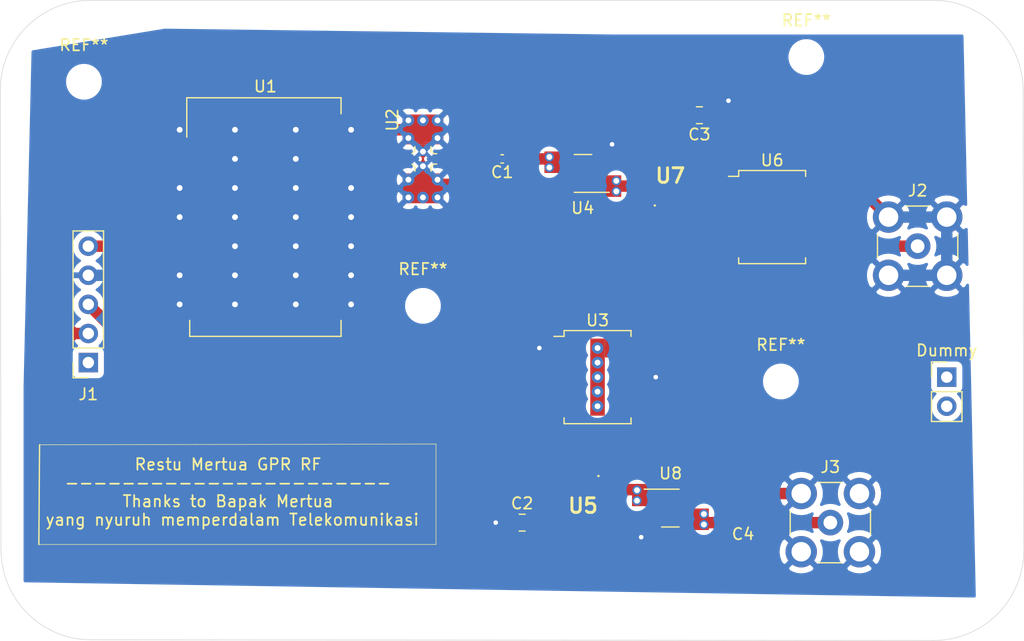
<source format=kicad_pcb>
(kicad_pcb (version 20171130) (host pcbnew 5.1.9-73d0e3b20d~88~ubuntu20.04.1)

  (general
    (thickness 1.6)
    (drawings 13)
    (tracks 81)
    (zones 0)
    (modules 20)
    (nets 20)
  )

  (page A4)
  (layers
    (0 F.Cu signal)
    (31 B.Cu signal)
    (32 B.Adhes user)
    (33 F.Adhes user)
    (34 B.Paste user)
    (35 F.Paste user)
    (36 B.SilkS user)
    (37 F.SilkS user)
    (38 B.Mask user)
    (39 F.Mask user)
    (40 Dwgs.User user)
    (41 Cmts.User user)
    (42 Eco1.User user)
    (43 Eco2.User user)
    (44 Edge.Cuts user)
    (45 Margin user)
    (46 B.CrtYd user)
    (47 F.CrtYd user)
    (48 B.Fab user)
    (49 F.Fab user)
  )

  (setup
    (last_trace_width 0.25)
    (trace_clearance 0.2)
    (zone_clearance 0.508)
    (zone_45_only no)
    (trace_min 0.2)
    (via_size 0.8)
    (via_drill 0.4)
    (via_min_size 0.4)
    (via_min_drill 0.3)
    (uvia_size 0.3)
    (uvia_drill 0.1)
    (uvias_allowed no)
    (uvia_min_size 0.2)
    (uvia_min_drill 0.1)
    (edge_width 0.05)
    (segment_width 0.2)
    (pcb_text_width 0.3)
    (pcb_text_size 1.5 1.5)
    (mod_edge_width 0.12)
    (mod_text_size 1 1)
    (mod_text_width 0.15)
    (pad_size 1.524 1.524)
    (pad_drill 0.762)
    (pad_to_mask_clearance 0)
    (aux_axis_origin 0 0)
    (visible_elements FFFFFF7F)
    (pcbplotparams
      (layerselection 0x010fc_ffffffff)
      (usegerberextensions true)
      (usegerberattributes true)
      (usegerberadvancedattributes true)
      (creategerberjobfile true)
      (excludeedgelayer true)
      (linewidth 0.100000)
      (plotframeref false)
      (viasonmask false)
      (mode 1)
      (useauxorigin false)
      (hpglpennumber 1)
      (hpglpenspeed 20)
      (hpglpendiameter 15.000000)
      (psnegative false)
      (psa4output false)
      (plotreference true)
      (plotvalue true)
      (plotinvisibletext false)
      (padsonsilk false)
      (subtractmaskfromsilk true)
      (outputformat 1)
      (mirror false)
      (drillshape 0)
      (scaleselection 1)
      (outputdirectory ""))
  )

  (net 0 "")
  (net 1 "Net-(C1-Pad2)")
  (net 2 "Net-(C1-Pad1)")
  (net 3 +5V)
  (net 4 GND)
  (net 5 "Net-(C4-Pad2)")
  (net 6 "Net-(C4-Pad1)")
  (net 7 "Net-(J1-Pad5)")
  (net 8 "Net-(J1-Pad3)")
  (net 9 "Net-(J1-Pad1)")
  (net 10 "Net-(J2-Pad1)")
  (net 11 "Net-(U1-Pad13)")
  (net 12 "Net-(U3-Pad6)")
  (net 13 "Net-(U3-Pad3)")
  (net 14 "Net-(U4-Pad1)")
  (net 15 "Net-(U5-Pad1)")
  (net 16 "Net-(U5-Pad4)")
  (net 17 "Net-(U6-Pad2)")
  (net 18 "Net-(U6-Pad1)")
  (net 19 "Net-(U7-Pad4)")

  (net_class Default "This is the default net class."
    (clearance 0.2)
    (trace_width 0.25)
    (via_dia 0.8)
    (via_drill 0.4)
    (uvia_dia 0.3)
    (uvia_drill 0.1)
    (add_net +5V)
    (add_net GND)
    (add_net "Net-(C1-Pad1)")
    (add_net "Net-(C1-Pad2)")
    (add_net "Net-(C4-Pad1)")
    (add_net "Net-(C4-Pad2)")
    (add_net "Net-(J1-Pad1)")
    (add_net "Net-(J1-Pad3)")
    (add_net "Net-(J1-Pad5)")
    (add_net "Net-(J2-Pad1)")
    (add_net "Net-(U1-Pad13)")
    (add_net "Net-(U3-Pad3)")
    (add_net "Net-(U3-Pad6)")
    (add_net "Net-(U4-Pad1)")
    (add_net "Net-(U5-Pad1)")
    (add_net "Net-(U5-Pad4)")
    (add_net "Net-(U6-Pad1)")
    (add_net "Net-(U6-Pad2)")
    (add_net "Net-(U7-Pad4)")
  )

  (module MountingHole:MountingHole_2.1mm (layer F.Cu) (tedit 5B924765) (tstamp 612B5559)
    (at 145.2245 55.88)
    (descr "Mounting Hole 2.1mm, no annular")
    (tags "mounting hole 2.1mm no annular")
    (attr virtual)
    (fp_text reference REF** (at 0 -3.2) (layer F.SilkS)
      (effects (font (size 1 1) (thickness 0.15)))
    )
    (fp_text value ref1 (at 0 3.2) (layer F.Fab)
      (effects (font (size 1 1) (thickness 0.15)))
    )
    (fp_circle (center 0 0) (end 2.1 0) (layer Cmts.User) (width 0.15))
    (fp_circle (center 0 0) (end 2.35 0) (layer F.CrtYd) (width 0.05))
    (fp_text user %R (at 0.3 0) (layer F.Fab)
      (effects (font (size 1 1) (thickness 0.15)))
    )
    (pad "" np_thru_hole circle (at 0 0) (size 2.1 2.1) (drill 2.1) (layers *.Cu *.Mask))
  )

  (module MountingHole:MountingHole_2.1mm (layer F.Cu) (tedit 5B924765) (tstamp 612B5559)
    (at 111.76 77.597)
    (descr "Mounting Hole 2.1mm, no annular")
    (tags "mounting hole 2.1mm no annular")
    (attr virtual)
    (fp_text reference REF** (at 0 -3.2) (layer F.SilkS)
      (effects (font (size 1 1) (thickness 0.15)))
    )
    (fp_text value ref1 (at 0 3.2) (layer F.Fab)
      (effects (font (size 1 1) (thickness 0.15)))
    )
    (fp_circle (center 0 0) (end 2.1 0) (layer Cmts.User) (width 0.15))
    (fp_circle (center 0 0) (end 2.35 0) (layer F.CrtYd) (width 0.05))
    (fp_text user %R (at 0.3 0) (layer F.Fab)
      (effects (font (size 1 1) (thickness 0.15)))
    )
    (pad "" np_thru_hole circle (at 0 0) (size 2.1 2.1) (drill 2.1) (layers *.Cu *.Mask))
  )

  (module MountingHole:MountingHole_2.1mm (layer F.Cu) (tedit 5B924765) (tstamp 612B5559)
    (at 82.169 58.039)
    (descr "Mounting Hole 2.1mm, no annular")
    (tags "mounting hole 2.1mm no annular")
    (attr virtual)
    (fp_text reference REF** (at 0 -3.2) (layer F.SilkS)
      (effects (font (size 1 1) (thickness 0.15)))
    )
    (fp_text value ref1 (at 0 3.2) (layer F.Fab)
      (effects (font (size 1 1) (thickness 0.15)))
    )
    (fp_circle (center 0 0) (end 2.1 0) (layer Cmts.User) (width 0.15))
    (fp_circle (center 0 0) (end 2.35 0) (layer F.CrtYd) (width 0.05))
    (fp_text user %R (at 0.3 0) (layer F.Fab)
      (effects (font (size 1 1) (thickness 0.15)))
    )
    (pad "" np_thru_hole circle (at 0 0) (size 2.1 2.1) (drill 2.1) (layers *.Cu *.Mask))
  )

  (module MountingHole:MountingHole_2.1mm (layer F.Cu) (tedit 5B924765) (tstamp 612B4D8D)
    (at 143.002 84.201)
    (descr "Mounting Hole 2.1mm, no annular")
    (tags "mounting hole 2.1mm no annular")
    (attr virtual)
    (fp_text reference REF** (at 0 -3.2) (layer F.SilkS)
      (effects (font (size 1 1) (thickness 0.15)))
    )
    (fp_text value ref1 (at 0 3.2) (layer F.Fab)
      (effects (font (size 1 1) (thickness 0.15)))
    )
    (fp_circle (center 0 0) (end 2.1 0) (layer Cmts.User) (width 0.15))
    (fp_circle (center 0 0) (end 2.35 0) (layer F.CrtYd) (width 0.05))
    (fp_text user %R (at 0.3 0) (layer F.Fab)
      (effects (font (size 1 1) (thickness 0.15)))
    )
    (pad "" np_thru_hole circle (at 0 0) (size 2.1 2.1) (drill 2.1) (layers *.Cu *.Mask))
  )

  (module RF_Mini-Circuisd:Mini-Circuits_CD636_H4.11mm (layer F.Cu) (tedit 5A365E23) (tstamp 612A7EDC)
    (at 142.24 69.85)
    (descr https://ww2.minicircuits.com/case_style/CD636.pdf)
    (tags "RF Transformer")
    (path /612BA1CD)
    (attr smd)
    (fp_text reference U6 (at 0.004446 -4.953) (layer F.SilkS)
      (effects (font (size 1 1) (thickness 0.15)))
    )
    (fp_text value ADP-2-4+ (at 0 4.953) (layer F.Fab)
      (effects (font (size 1 1) (thickness 0.15)))
    )
    (fp_line (start 4.06 -4.32) (end -4.06 -4.32) (layer F.CrtYd) (width 0.05))
    (fp_line (start 4.06 4.32) (end -4.06 4.32) (layer F.CrtYd) (width 0.05))
    (fp_line (start 4.06 4.32) (end 4.06 -4.32) (layer F.CrtYd) (width 0.05))
    (fp_line (start -4.06 4.32) (end -4.06 -4.32) (layer F.CrtYd) (width 0.05))
    (fp_line (start 2.921 4.064) (end 2.921 3.556) (layer F.SilkS) (width 0.12))
    (fp_line (start -2.921 4.064) (end 2.921 4.064) (layer F.SilkS) (width 0.12))
    (fp_line (start -2.921 3.556) (end -2.921 4.064) (layer F.SilkS) (width 0.12))
    (fp_line (start -2.921 -3.556) (end -3.81 -3.556) (layer F.SilkS) (width 0.12))
    (fp_line (start -2.921 -4.064) (end -2.921 -3.556) (layer F.SilkS) (width 0.12))
    (fp_line (start 2.921 -4.064) (end -2.921 -4.064) (layer F.SilkS) (width 0.12))
    (fp_line (start 2.921 -3.556) (end 2.921 -4.064) (layer F.SilkS) (width 0.12))
    (fp_line (start -1.794 -3.937) (end -2.794 -2.937) (layer F.Fab) (width 0.1))
    (fp_line (start -1.794 -3.937) (end 2.794 -3.937) (layer F.Fab) (width 0.1))
    (fp_line (start -2.794 3.937) (end -2.794 -2.937) (layer F.Fab) (width 0.1))
    (fp_line (start 2.794 3.937) (end -2.794 3.937) (layer F.Fab) (width 0.1))
    (fp_line (start 2.794 -3.937) (end 2.794 3.937) (layer F.Fab) (width 0.1))
    (fp_text user %R (at 0 0) (layer F.Fab)
      (effects (font (size 1 1) (thickness 0.15)))
    )
    (pad 6 smd rect (at 2.54 -2.54) (size 2.54 1.65) (layers F.Cu F.Paste F.Mask)
      (net 4 GND))
    (pad 5 smd rect (at 2.54 0) (size 2.54 1.65) (layers F.Cu F.Paste F.Mask)
      (net 17 "Net-(U6-Pad2)"))
    (pad 4 smd rect (at 2.54 2.54) (size 2.54 1.65) (layers F.Cu F.Paste F.Mask)
      (net 10 "Net-(J2-Pad1)"))
    (pad 3 smd rect (at -2.54 2.54) (size 2.54 1.65) (layers F.Cu F.Paste F.Mask)
      (net 12 "Net-(U3-Pad6)"))
    (pad 2 smd rect (at -2.54 0) (size 2.54 1.65) (layers F.Cu F.Paste F.Mask)
      (net 17 "Net-(U6-Pad2)"))
    (pad 1 smd rect (at -2.54 -2.54) (size 2.54 1.65) (layers F.Cu F.Paste F.Mask)
      (net 18 "Net-(U6-Pad1)"))
    (model ${KICAD6_3DMODEL_DIR}/RF_Mini-Circuits.3dshapes/Mini-Circuits_CD636_H4.11mm.wrl
      (at (xyz 0 0 0))
      (scale (xyz 1 1 1))
      (rotate (xyz 0 0 0))
    )
  )

  (module Connector_PinHeader_2.54mm:PinHeader_1x02_P2.54mm_Vertical (layer F.Cu) (tedit 59FED5CC) (tstamp 612A9562)
    (at 157.48 83.82)
    (descr "Through hole straight pin header, 1x02, 2.54mm pitch, single row")
    (tags "Through hole pin header THT 1x02 2.54mm single row")
    (fp_text reference Dummy (at 0 -2.33) (layer F.SilkS)
      (effects (font (size 1 1) (thickness 0.15)))
    )
    (fp_text value CON2 (at 0 4.87) (layer F.Fab)
      (effects (font (size 1 1) (thickness 0.15)))
    )
    (fp_line (start 1.8 -1.8) (end -1.8 -1.8) (layer F.CrtYd) (width 0.05))
    (fp_line (start 1.8 4.35) (end 1.8 -1.8) (layer F.CrtYd) (width 0.05))
    (fp_line (start -1.8 4.35) (end 1.8 4.35) (layer F.CrtYd) (width 0.05))
    (fp_line (start -1.8 -1.8) (end -1.8 4.35) (layer F.CrtYd) (width 0.05))
    (fp_line (start -1.33 -1.33) (end 0 -1.33) (layer F.SilkS) (width 0.12))
    (fp_line (start -1.33 0) (end -1.33 -1.33) (layer F.SilkS) (width 0.12))
    (fp_line (start -1.33 1.27) (end 1.33 1.27) (layer F.SilkS) (width 0.12))
    (fp_line (start 1.33 1.27) (end 1.33 3.87) (layer F.SilkS) (width 0.12))
    (fp_line (start -1.33 1.27) (end -1.33 3.87) (layer F.SilkS) (width 0.12))
    (fp_line (start -1.33 3.87) (end 1.33 3.87) (layer F.SilkS) (width 0.12))
    (fp_line (start -1.27 -0.635) (end -0.635 -1.27) (layer F.Fab) (width 0.1))
    (fp_line (start -1.27 3.81) (end -1.27 -0.635) (layer F.Fab) (width 0.1))
    (fp_line (start 1.27 3.81) (end -1.27 3.81) (layer F.Fab) (width 0.1))
    (fp_line (start 1.27 -1.27) (end 1.27 3.81) (layer F.Fab) (width 0.1))
    (fp_line (start -0.635 -1.27) (end 1.27 -1.27) (layer F.Fab) (width 0.1))
    (fp_text user %R (at 0 1.27 90) (layer F.Fab)
      (effects (font (size 1 1) (thickness 0.15)))
    )
    (pad 2 thru_hole oval (at 0 2.54) (size 1.7 1.7) (drill 1) (layers *.Cu *.Mask))
    (pad 1 thru_hole rect (at 0 0) (size 1.7 1.7) (drill 1) (layers *.Cu *.Mask))
    (model ${KISYS3DMOD}/Connector_PinHeader_2.54mm.3dshapes/PinHeader_1x02_P2.54mm_Vertical.wrl
      (at (xyz 0 0 0))
      (scale (xyz 1 1 1))
      (rotate (xyz 0 0 0))
    )
  )

  (module RF_Mini-Circuisd:Mini-Circuits_MMM168_LandPatternPL-225 (layer F.Cu) (tedit 5C169A91) (tstamp 612A7F0D)
    (at 133.35 95.25)
    (descr "Footprint for Mini-Circuits case MMM168, Land pattern PL-225, vias included, (case drawing: https://ww2.minicircuits.com/case_style/MMM168.pdf, land pattern drawing: https://ww2.minicircuits.com/pcb/98-pl225.pdf)")
    (tags pl-225)
    (path /612A7DF0)
    (attr smd)
    (fp_text reference U8 (at 0.0254 -3.0226) (layer F.SilkS)
      (effects (font (size 1 1) (thickness 0.15)))
    )
    (fp_text value PSA4-5043+ (at 0.0254 3.0734) (layer F.Fab)
      (effects (font (size 1 1) (thickness 0.15)))
    )
    (fp_line (start 3.62 2.17) (end -3.59 2.17) (layer F.CrtYd) (width 0.05))
    (fp_line (start 3.62 2.17) (end 3.62 -2.29) (layer F.CrtYd) (width 0.05))
    (fp_line (start -3.59 -2.29) (end -3.59 2.17) (layer F.CrtYd) (width 0.05))
    (fp_line (start -3.59 -2.29) (end 3.62 -2.29) (layer F.CrtYd) (width 0.05))
    (fp_line (start -0.6223 -1.1303) (end -0.2413 -1.41605) (layer F.Fab) (width 0.1))
    (fp_line (start 0.762 -1.651) (end -2.286 -1.651) (layer F.SilkS) (width 0.12))
    (fp_line (start 0.762 1.651) (end -0.762 1.651) (layer F.SilkS) (width 0.12))
    (fp_line (start 0.6477 -1.41605) (end 0.6477 1.44145) (layer F.Fab) (width 0.1))
    (fp_line (start 0.6477 1.44145) (end -0.6223 1.44145) (layer F.Fab) (width 0.1))
    (fp_line (start -0.6223 1.44145) (end -0.6223 -1.1303) (layer F.Fab) (width 0.1))
    (fp_line (start -0.2413 -1.41605) (end 0.6477 -1.41605) (layer F.Fab) (width 0.1))
    (fp_text user %R (at 0.0127 0.0127) (layer F.Fab)
      (effects (font (size 1 1) (thickness 0.15)))
    )
    (pad 3 thru_hole circle (at 2.9337 1.4351) (size 0.808 0.808) (drill 0.508) (layers *.Cu)
      (net 5 "Net-(C4-Pad2)") (zone_connect 2))
    (pad 3 thru_hole circle (at 2.9337 0.5207) (size 0.808 0.808) (drill 0.508) (layers *.Cu)
      (net 5 "Net-(C4-Pad2)") (zone_connect 2))
    (pad 1 thru_hole circle (at -2.9083 -0.6477) (size 0.808 0.808) (drill 0.508) (layers *.Cu)
      (net 15 "Net-(U5-Pad1)") (zone_connect 2))
    (pad 1 thru_hole circle (at -2.9083 -1.5621) (size 0.808 0.808) (drill 0.508) (layers *.Cu)
      (net 15 "Net-(U5-Pad1)") (zone_connect 2))
    (pad 1 smd rect (at -1.8161 -1.1049 90) (size 1.8796 3.048) (layers F.Cu)
      (net 15 "Net-(U5-Pad1)") (zone_connect 2))
    (pad 3 smd rect (at 1.8415 0.9779 90) (size 1.8796 3.048) (layers F.Cu)
      (net 5 "Net-(C4-Pad2)") (zone_connect 2))
    (pad 3 smd rect (at 1.1176 0.7493 90) (size 1.1938 1.2954) (layers F.Cu F.Paste F.Mask)
      (net 5 "Net-(C4-Pad2)") (zone_connect 2))
    (pad 4 smd rect (at -1.0922 0.9525 90) (size 0.889 1.2954) (layers F.Cu F.Paste F.Mask)
      (net 4 GND))
    (pad 1 smd rect (at -1.0922 -0.9525 90) (size 0.889 1.2954) (layers F.Cu F.Paste F.Mask)
      (net 15 "Net-(U5-Pad1)") (zone_connect 2))
    (pad 2 smd rect (at 1.1176 -0.9525 90) (size 0.889 1.2954) (layers F.Cu F.Paste F.Mask)
      (net 4 GND))
    (model ${KICAD6_3DMODEL_DIR}/RF_Mini-Circuits.3dshapes/Mini-Circuits_MMM168.wrl
      (at (xyz 0 0 0))
      (scale (xyz 1 1 1))
      (rotate (xyz 0 0 0))
    )
  )

  (module diva_gpr:GU1414 (layer F.Cu) (tedit 0) (tstamp 612A7EF3)
    (at 133.35 66.04)
    (descr TCBT-14+-3)
    (tags "Undefined or Miscellaneous")
    (path /612B8B30)
    (attr smd)
    (fp_text reference U7 (at 0 0.2) (layer F.SilkS)
      (effects (font (size 1.27 1.27) (thickness 0.254)))
    )
    (fp_text value TCBT-14+ (at 0 0.2) (layer F.SilkS) hide
      (effects (font (size 1.27 1.27) (thickness 0.254)))
    )
    (fp_line (start -1.905 -1.905) (end 1.905 -1.905) (layer F.Fab) (width 0.2))
    (fp_line (start 1.905 -1.905) (end 1.905 1.905) (layer F.Fab) (width 0.2))
    (fp_line (start 1.905 1.905) (end -1.905 1.905) (layer F.Fab) (width 0.2))
    (fp_line (start -1.905 1.905) (end -1.905 -1.905) (layer F.Fab) (width 0.2))
    (fp_line (start -2.905 -3.45) (end 2.905 -3.45) (layer F.CrtYd) (width 0.1))
    (fp_line (start 2.905 -3.45) (end 2.905 3.85) (layer F.CrtYd) (width 0.1))
    (fp_line (start 2.905 3.85) (end -2.905 3.85) (layer F.CrtYd) (width 0.1))
    (fp_line (start -2.905 3.85) (end -2.905 -3.45) (layer F.CrtYd) (width 0.1))
    (fp_line (start -1.4 2.8) (end -1.4 2.8) (layer F.SilkS) (width 0.1))
    (fp_line (start -1.3 2.8) (end -1.3 2.8) (layer F.SilkS) (width 0.1))
    (fp_text user %R (at 0 0.2) (layer F.Fab)
      (effects (font (size 1.27 1.27) (thickness 0.254)))
    )
    (fp_arc (start -1.35 2.8) (end -1.4 2.8) (angle -180) (layer F.SilkS) (width 0.1))
    (fp_arc (start -1.35 2.8) (end -1.3 2.8) (angle -180) (layer F.SilkS) (width 0.1))
    (pad 1 smd rect (at -1.27 1.61) (size 0.79 1.68) (layers F.Cu F.Paste F.Mask)
      (net 14 "Net-(U4-Pad1)"))
    (pad 2 smd rect (at 1.27 1.61) (size 0.79 1.68) (layers F.Cu F.Paste F.Mask)
      (net 18 "Net-(U6-Pad1)"))
    (pad 3 smd rect (at 0.635 -1.61 90) (size 1.68 2.06) (layers F.Cu F.Paste F.Mask)
      (net 3 +5V))
    (pad 4 smd rect (at -1.27 -1.61) (size 0.79 1.68) (layers F.Cu F.Paste F.Mask)
      (net 19 "Net-(U7-Pad4)"))
    (pad 5 smd rect (at 0 0 90) (size 0.69 3.33) (layers F.Cu F.Paste F.Mask))
    (pad 6 smd rect (at 0 1.395) (size 0.79 2.11) (layers F.Cu F.Paste F.Mask))
    (model TCBT-14+.stp
      (at (xyz 0 0 0))
      (scale (xyz 1 1 1))
      (rotate (xyz 0 0 0))
    )
  )

  (module diva_gpr:GU1414 (layer F.Cu) (tedit 0) (tstamp 612A7EBA)
    (at 125.73 95.25 180)
    (descr TCBT-14+-3)
    (tags "Undefined or Miscellaneous")
    (path /612A43DF)
    (attr smd)
    (fp_text reference U5 (at 0 0.2) (layer F.SilkS)
      (effects (font (size 1.27 1.27) (thickness 0.254)))
    )
    (fp_text value TCBT-14+ (at 0 0.2) (layer F.SilkS) hide
      (effects (font (size 1.27 1.27) (thickness 0.254)))
    )
    (fp_line (start -1.905 -1.905) (end 1.905 -1.905) (layer F.Fab) (width 0.2))
    (fp_line (start 1.905 -1.905) (end 1.905 1.905) (layer F.Fab) (width 0.2))
    (fp_line (start 1.905 1.905) (end -1.905 1.905) (layer F.Fab) (width 0.2))
    (fp_line (start -1.905 1.905) (end -1.905 -1.905) (layer F.Fab) (width 0.2))
    (fp_line (start -2.905 -3.45) (end 2.905 -3.45) (layer F.CrtYd) (width 0.1))
    (fp_line (start 2.905 -3.45) (end 2.905 3.85) (layer F.CrtYd) (width 0.1))
    (fp_line (start 2.905 3.85) (end -2.905 3.85) (layer F.CrtYd) (width 0.1))
    (fp_line (start -2.905 3.85) (end -2.905 -3.45) (layer F.CrtYd) (width 0.1))
    (fp_line (start -1.4 2.8) (end -1.4 2.8) (layer F.SilkS) (width 0.1))
    (fp_line (start -1.3 2.8) (end -1.3 2.8) (layer F.SilkS) (width 0.1))
    (fp_text user %R (at 0 0.2) (layer F.Fab)
      (effects (font (size 1.27 1.27) (thickness 0.254)))
    )
    (fp_arc (start -1.35 2.8) (end -1.4 2.8) (angle -180) (layer F.SilkS) (width 0.1))
    (fp_arc (start -1.35 2.8) (end -1.3 2.8) (angle -180) (layer F.SilkS) (width 0.1))
    (pad 1 smd rect (at -1.27 1.61 180) (size 0.79 1.68) (layers F.Cu F.Paste F.Mask)
      (net 15 "Net-(U5-Pad1)"))
    (pad 2 smd rect (at 1.27 1.61 180) (size 0.79 1.68) (layers F.Cu F.Paste F.Mask)
      (net 13 "Net-(U3-Pad3)"))
    (pad 3 smd rect (at 0.635 -1.61 270) (size 1.68 2.06) (layers F.Cu F.Paste F.Mask)
      (net 3 +5V))
    (pad 4 smd rect (at -1.27 -1.61 180) (size 0.79 1.68) (layers F.Cu F.Paste F.Mask)
      (net 16 "Net-(U5-Pad4)"))
    (pad 5 smd rect (at 0 0 270) (size 0.69 3.33) (layers F.Cu F.Paste F.Mask))
    (pad 6 smd rect (at 0 1.395 180) (size 0.79 2.11) (layers F.Cu F.Paste F.Mask))
    (model TCBT-14+.stp
      (at (xyz 0 0 0))
      (scale (xyz 1 1 1))
      (rotate (xyz 0 0 0))
    )
  )

  (module RF_Mini-Circuisd:Mini-Circuits_MMM168_LandPatternPL-225 (layer F.Cu) (tedit 5C169A91) (tstamp 612A7EA3)
    (at 125.73 66.04 180)
    (descr "Footprint for Mini-Circuits case MMM168, Land pattern PL-225, vias included, (case drawing: https://ww2.minicircuits.com/case_style/MMM168.pdf, land pattern drawing: https://ww2.minicircuits.com/pcb/98-pl225.pdf)")
    (tags pl-225)
    (path /612B468B)
    (attr smd)
    (fp_text reference U4 (at 0.0254 -3.0226) (layer F.SilkS)
      (effects (font (size 1 1) (thickness 0.15)))
    )
    (fp_text value PSA4-5043+ (at 0.0254 3.0734) (layer F.Fab)
      (effects (font (size 1 1) (thickness 0.15)))
    )
    (fp_line (start 3.62 2.17) (end -3.59 2.17) (layer F.CrtYd) (width 0.05))
    (fp_line (start 3.62 2.17) (end 3.62 -2.29) (layer F.CrtYd) (width 0.05))
    (fp_line (start -3.59 -2.29) (end -3.59 2.17) (layer F.CrtYd) (width 0.05))
    (fp_line (start -3.59 -2.29) (end 3.62 -2.29) (layer F.CrtYd) (width 0.05))
    (fp_line (start -0.6223 -1.1303) (end -0.2413 -1.41605) (layer F.Fab) (width 0.1))
    (fp_line (start 0.762 -1.651) (end -2.286 -1.651) (layer F.SilkS) (width 0.12))
    (fp_line (start 0.762 1.651) (end -0.762 1.651) (layer F.SilkS) (width 0.12))
    (fp_line (start 0.6477 -1.41605) (end 0.6477 1.44145) (layer F.Fab) (width 0.1))
    (fp_line (start 0.6477 1.44145) (end -0.6223 1.44145) (layer F.Fab) (width 0.1))
    (fp_line (start -0.6223 1.44145) (end -0.6223 -1.1303) (layer F.Fab) (width 0.1))
    (fp_line (start -0.2413 -1.41605) (end 0.6477 -1.41605) (layer F.Fab) (width 0.1))
    (fp_text user %R (at 0.0127 0.0127) (layer F.Fab)
      (effects (font (size 1 1) (thickness 0.15)))
    )
    (pad 3 thru_hole circle (at 2.9337 1.4351 180) (size 0.808 0.808) (drill 0.508) (layers *.Cu)
      (net 2 "Net-(C1-Pad1)") (zone_connect 2))
    (pad 3 thru_hole circle (at 2.9337 0.5207 180) (size 0.808 0.808) (drill 0.508) (layers *.Cu)
      (net 2 "Net-(C1-Pad1)") (zone_connect 2))
    (pad 1 thru_hole circle (at -2.9083 -0.6477 180) (size 0.808 0.808) (drill 0.508) (layers *.Cu)
      (net 14 "Net-(U4-Pad1)") (zone_connect 2))
    (pad 1 thru_hole circle (at -2.9083 -1.5621 180) (size 0.808 0.808) (drill 0.508) (layers *.Cu)
      (net 14 "Net-(U4-Pad1)") (zone_connect 2))
    (pad 1 smd rect (at -1.8161 -1.1049 270) (size 1.8796 3.048) (layers F.Cu)
      (net 14 "Net-(U4-Pad1)") (zone_connect 2))
    (pad 3 smd rect (at 1.8415 0.9779 270) (size 1.8796 3.048) (layers F.Cu)
      (net 2 "Net-(C1-Pad1)") (zone_connect 2))
    (pad 3 smd rect (at 1.1176 0.7493 270) (size 1.1938 1.2954) (layers F.Cu F.Paste F.Mask)
      (net 2 "Net-(C1-Pad1)") (zone_connect 2))
    (pad 4 smd rect (at -1.0922 0.9525 270) (size 0.889 1.2954) (layers F.Cu F.Paste F.Mask)
      (net 4 GND))
    (pad 1 smd rect (at -1.0922 -0.9525 270) (size 0.889 1.2954) (layers F.Cu F.Paste F.Mask)
      (net 14 "Net-(U4-Pad1)") (zone_connect 2))
    (pad 2 smd rect (at 1.1176 -0.9525 270) (size 0.889 1.2954) (layers F.Cu F.Paste F.Mask)
      (net 4 GND))
    (model ${KICAD6_3DMODEL_DIR}/RF_Mini-Circuits.3dshapes/Mini-Circuits_MMM168.wrl
      (at (xyz 0 0 0))
      (scale (xyz 1 1 1))
      (rotate (xyz 0 0 0))
    )
  )

  (module RF_Mini-Circuisd:Mini-Circuits_CD636_LandPatternPL-035 (layer F.Cu) (tedit 5C1A98FF) (tstamp 612A7E89)
    (at 127 83.82)
    (descr "Footprint for Mini-Circuits case CD636 (https://ww2.minicircuits.com/case_style/CD636.pdf) following land pattern PL-035, including GND-vias (https://ww2.minicircuits.com/pcb/98-pl035.pdf)")
    (tags "mini-circuits pl-035 CD636")
    (path /6129E272)
    (attr smd)
    (fp_text reference U3 (at 0.004446 -4.953) (layer F.SilkS)
      (effects (font (size 1 1) (thickness 0.15)))
    )
    (fp_text value ADE-2ASK (at 0 4.953) (layer F.Fab)
      (effects (font (size 1 1) (thickness 0.15)))
    )
    (fp_line (start 4.06 4.19) (end -4.06 4.19) (layer F.CrtYd) (width 0.05))
    (fp_line (start 4.06 4.19) (end 4.06 -4.19) (layer F.CrtYd) (width 0.05))
    (fp_line (start -4.06 -4.19) (end -4.06 4.19) (layer F.CrtYd) (width 0.05))
    (fp_line (start -4.06 -4.19) (end 4.06 -4.19) (layer F.CrtYd) (width 0.05))
    (fp_line (start -1.524 -3.937) (end -2.794 -2.667) (layer F.Fab) (width 0.1))
    (fp_line (start -2.794 3.937) (end 2.794 3.937) (layer F.Fab) (width 0.1))
    (fp_line (start 2.794 -3.937) (end -1.524 -3.937) (layer F.Fab) (width 0.1))
    (fp_line (start 2.794 -3.937) (end 2.794 3.937) (layer F.Fab) (width 0.1))
    (fp_line (start -2.794 -2.667) (end -2.794 3.937) (layer F.Fab) (width 0.1))
    (fp_line (start 2.921 4.064) (end 2.921 3.556) (layer F.SilkS) (width 0.12))
    (fp_line (start -2.921 4.064) (end 2.921 4.064) (layer F.SilkS) (width 0.12))
    (fp_line (start -2.921 3.556) (end -2.921 4.064) (layer F.SilkS) (width 0.12))
    (fp_line (start -2.921 -3.556) (end -3.81 -3.556) (layer F.SilkS) (width 0.12))
    (fp_line (start -2.921 -4.064) (end -2.921 -3.556) (layer F.SilkS) (width 0.12))
    (fp_line (start 2.921 -4.064) (end -2.921 -4.064) (layer F.SilkS) (width 0.12))
    (fp_line (start 2.921 -3.556) (end 2.921 -4.064) (layer F.SilkS) (width 0.12))
    (fp_text user %R (at 0 0) (layer F.Fab)
      (effects (font (size 1 1) (thickness 0.15)))
    )
    (pad 6 smd rect (at 0.9525 -2.54 270) (size 1.651 0.635) (layers F.Cu)
      (net 12 "Net-(U3-Pad6)") (zone_connect 2))
    (pad 6 smd rect (at 0 0 270) (size 6.731 1.27) (layers F.Cu)
      (net 12 "Net-(U3-Pad6)") (zone_connect 2))
    (pad 6 thru_hole circle (at 0 2.54 270) (size 1.016 1.016) (drill 0.508) (layers *.Cu)
      (net 12 "Net-(U3-Pad6)") (zone_connect 2))
    (pad 6 thru_hole circle (at 0 1.27 270) (size 1.016 1.016) (drill 0.508) (layers *.Cu)
      (net 12 "Net-(U3-Pad6)") (zone_connect 2))
    (pad 6 thru_hole circle (at 0 0 270) (size 1.016 1.016) (drill 0.508) (layers *.Cu)
      (net 12 "Net-(U3-Pad6)") (zone_connect 2))
    (pad 6 thru_hole circle (at 0 -1.27 270) (size 1.016 1.016) (drill 0.508) (layers *.Cu)
      (net 12 "Net-(U3-Pad6)") (zone_connect 2))
    (pad 6 thru_hole circle (at 0 -2.54 270) (size 1.016 1.016) (drill 0.508) (layers *.Cu)
      (net 12 "Net-(U3-Pad6)") (zone_connect 2))
    (pad 6 smd rect (at 2.54 -2.54 270) (size 1.651 2.54) (layers F.Cu F.Paste F.Mask)
      (net 12 "Net-(U3-Pad6)") (zone_connect 2))
    (pad 5 smd rect (at 2.54 0 270) (size 1.651 2.54) (layers F.Cu F.Paste F.Mask)
      (net 4 GND) (clearance 0.635))
    (pad 4 smd rect (at 2.54 2.54 270) (size 1.651 2.54) (layers F.Cu F.Paste F.Mask)
      (net 4 GND) (clearance 0.635))
    (pad 3 smd rect (at -2.54 2.54 270) (size 1.651 2.54) (layers F.Cu F.Paste F.Mask)
      (net 13 "Net-(U3-Pad3)") (clearance 0.635))
    (pad 2 smd rect (at -2.54 0 270) (size 1.651 2.54) (layers F.Cu F.Paste F.Mask)
      (net 8 "Net-(J1-Pad3)") (clearance 0.635))
    (pad 1 smd rect (at -2.54 -2.54 270) (size 1.651 2.54) (layers F.Cu F.Paste F.Mask)
      (net 4 GND) (clearance 0.635))
    (model ${KICAD6_3DMODEL_DIR}/RF_Mini-Circuits.3dshapes/Mini-Circuits_CD636.wrl
      (at (xyz 0 0 0))
      (scale (xyz 1 1 1))
      (rotate (xyz 0 0 0))
    )
  )

  (module RF_Mini-Circuisd:Mini-Circuits_AF320_LandPatternPL-208 (layer F.Cu) (tedit 5D361A59) (tstamp 612A7E67)
    (at 111.76 64.77 90)
    (descr "Footprint for Mini-Circuits case AF320, Land pattern PL-208, vias included (case drawing: https://ww2.minicircuits.com/case_style/AF320.pdf, land pattern drawing: https://ww2.minicircuits.com/pcb/98-pl208.pdf)")
    (tags "mini-circuits AF320 pl-208")
    (path /612AC6AB)
    (attr smd)
    (fp_text reference U2 (at 3.4 -2.667 90) (layer F.SilkS)
      (effects (font (size 1 1) (thickness 0.15)))
    )
    (fp_text value PAT10+ (at 0 4 90) (layer F.Fab)
      (effects (font (size 1 1) (thickness 0.15)))
    )
    (fp_line (start 4.13 2.03) (end 1.01 2.03) (layer F.CrtYd) (width 0.05))
    (fp_line (start 4.13 2.03) (end 4.13 -2.03) (layer F.CrtYd) (width 0.05))
    (fp_line (start 1.01 -2.03) (end 1.01 -3.17) (layer F.CrtYd) (width 0.05))
    (fp_line (start 4.13 -2.03) (end 1.01 -2.03) (layer F.CrtYd) (width 0.05))
    (fp_line (start 1.01 2.03) (end 1.01 3.17) (layer F.CrtYd) (width 0.05))
    (fp_line (start -0.255 -2.54) (end 0.255 -2.285) (layer F.Fab) (width 0.1))
    (fp_line (start 0.255 -0.89) (end 0.255 -2.285) (layer F.Fab) (width 0.1))
    (fp_line (start -0.255 -0.89) (end -0.255 -2.54) (layer F.Fab) (width 0.1))
    (fp_line (start 0.255 2.54) (end 0.255 0.89) (layer F.Fab) (width 0.1))
    (fp_line (start -0.255 0.89) (end -0.255 2.54) (layer F.Fab) (width 0.1))
    (fp_line (start 0.255 2.54) (end -0.255 2.54) (layer F.Fab) (width 0.1))
    (fp_line (start -2.54 0.51) (end -2.54 -0.51) (layer F.Fab) (width 0.1))
    (fp_line (start -2.54 -0.51) (end -0.65 -0.51) (layer F.Fab) (width 0.1))
    (fp_line (start -2.54 0.51) (end -0.65 0.51) (layer F.Fab) (width 0.1))
    (fp_line (start 2.54 -0.51) (end 0.65 -0.51) (layer F.Fab) (width 0.1))
    (fp_line (start 2.54 0.51) (end 0.65 0.51) (layer F.Fab) (width 0.1))
    (fp_line (start 2.54 -0.51) (end 2.54 0.51) (layer F.Fab) (width 0.1))
    (fp_line (start -0.255 0.89) (end -0.89 0.255) (layer F.Fab) (width 0.1))
    (fp_line (start 0.89 0.255) (end 0.255 0.89) (layer F.Fab) (width 0.1))
    (fp_line (start 0.255 -0.89) (end 0.89 -0.255) (layer F.Fab) (width 0.1))
    (fp_line (start -0.89 -0.255) (end -0.255 -0.89) (layer F.Fab) (width 0.1))
    (fp_line (start 0.255 -0.89) (end -0.255 -0.89) (layer F.Fab) (width 0.1))
    (fp_line (start -0.255 0.89) (end 0.255 0.89) (layer F.Fab) (width 0.1))
    (fp_line (start 0.89 0.255) (end 0.89 -0.255) (layer F.Fab) (width 0.1))
    (fp_line (start -0.89 -0.255) (end -0.89 0.255) (layer F.Fab) (width 0.1))
    (fp_line (start -0.7 0.7) (end -1.071 0.7) (layer F.SilkS) (width 0.12))
    (fp_line (start -0.45 0.95) (end -0.7 0.7) (layer F.SilkS) (width 0.12))
    (fp_line (start -0.45 1.2) (end -0.45 0.95) (layer F.SilkS) (width 0.12))
    (fp_line (start -0.7 -0.7) (end -1.071 -0.7) (layer F.SilkS) (width 0.12))
    (fp_line (start -0.45 -0.95) (end -0.7 -0.7) (layer F.SilkS) (width 0.12))
    (fp_line (start 0.45 1.2) (end 0.45 0.95) (layer F.SilkS) (width 0.12))
    (fp_line (start 0.45 0.95) (end 0.7 0.7) (layer F.SilkS) (width 0.12))
    (fp_line (start 0.7 0.7) (end 1.071 0.7) (layer F.SilkS) (width 0.12))
    (fp_line (start 0.45 -0.95) (end 0.7 -0.7) (layer F.SilkS) (width 0.12))
    (fp_line (start 0.7 -0.7) (end 1.071 -0.7) (layer F.SilkS) (width 0.12))
    (fp_line (start -1.01 -3.17) (end 1.01 -3.17) (layer F.CrtYd) (width 0.05))
    (fp_line (start -1.01 3.17) (end 1.01 3.17) (layer F.CrtYd) (width 0.05))
    (fp_line (start -4.13 -2.03) (end -4.13 2.03) (layer F.CrtYd) (width 0.05))
    (fp_line (start -4.13 -2.03) (end -1.01 -2.03) (layer F.CrtYd) (width 0.05))
    (fp_line (start -1.01 -2.03) (end -1.01 -3.17) (layer F.CrtYd) (width 0.05))
    (fp_line (start -4.13 2.03) (end -1.01 2.03) (layer F.CrtYd) (width 0.05))
    (fp_line (start -1.01 2.03) (end -1.01 3.17) (layer F.CrtYd) (width 0.05))
    (fp_text user %R (at 0 0 270) (layer F.Fab)
      (effects (font (size 0.5 0.5) (thickness 0.075)))
    )
    (pad 4 thru_hole circle (at 0.635 0 270) (size 0.762 0.762) (drill 0.508) (layers *.Cu)
      (net 4 GND))
    (pad 4 smd rect (at 1.449578 0 90) (size 2.423922 3.556) (drill (offset 1.211961 0)) (layers F.Cu)
      (net 4 GND))
    (pad 4 smd rect (at 0.381 0 90) (size 0.889 0.762) (drill (offset 0.4445 0)) (layers F.Cu)
      (net 4 GND))
    (pad 4 thru_hole circle (at 3.3655 -1.27 270) (size 1.016 1.016) (drill 0.508) (layers *.Cu)
      (net 4 GND))
    (pad 4 thru_hole circle (at 1.8161 1.27 270) (size 1.016 1.016) (drill 0.508) (layers *.Cu)
      (net 4 GND))
    (pad 4 smd rect (at 2.096 0 270) (size 1.65 2.03) (layers F.Paste F.Mask)
      (net 4 GND))
    (pad 4 smd trapezoid (at 0.1016 0 270) (size 0.2794 0.4826) (rect_delta 0.2794 0 ) (drill (offset -0.1397 0)) (layers F.Cu)
      (net 4 GND))
    (pad 4 thru_hole circle (at 3.3655 1.27 270) (size 1.016 1.016) (drill 0.508) (layers *.Cu)
      (net 4 GND))
    (pad 4 thru_hole circle (at 1.8161 -1.27 270) (size 1.016 1.016) (drill 0.508) (layers *.Cu)
      (net 4 GND))
    (pad 4 thru_hole circle (at 3.3655 0 270) (size 1.016 1.016) (drill 0.508) (layers *.Cu)
      (net 4 GND))
    (pad 4 smd trapezoid (at 1.27 0 270) (size 0.179578 3.376422) (rect_delta 0.179578 0 ) (drill (offset -0.089154 0)) (layers F.Cu)
      (net 4 GND))
    (pad 2 thru_hole circle (at -1.8161 -1.27 90) (size 1.016 1.016) (drill 0.508) (layers *.Cu)
      (net 4 GND))
    (pad 2 thru_hole circle (at -1.8161 1.27 90) (size 1.016 1.016) (drill 0.508) (layers *.Cu)
      (net 4 GND))
    (pad 2 thru_hole circle (at -3.3655 -1.27 90) (size 1.016 1.016) (drill 0.508) (layers *.Cu)
      (net 4 GND))
    (pad 2 thru_hole circle (at -3.3655 0 90) (size 1.016 1.016) (drill 0.508) (layers *.Cu)
      (net 4 GND))
    (pad 2 thru_hole circle (at -3.3655 1.27 90) (size 1.016 1.016) (drill 0.508) (layers *.Cu)
      (net 4 GND))
    (pad 2 thru_hole circle (at -0.635 0 90) (size 0.762 0.762) (drill 0.508) (layers *.Cu)
      (net 4 GND))
    (pad 2 smd trapezoid (at -1.27 0 90) (size 0.179578 3.376422) (rect_delta 0.179578 0 ) (drill (offset -0.089154 0)) (layers F.Cu)
      (net 4 GND))
    (pad 2 smd rect (at -1.449578 0 270) (size 2.423922 3.556) (drill (offset 1.211961 0)) (layers F.Cu)
      (net 4 GND))
    (pad 2 smd rect (at -0.381 0 270) (size 0.889 0.762) (drill (offset 0.4445 0)) (layers F.Cu)
      (net 4 GND))
    (pad 2 smd trapezoid (at -0.1016 0 90) (size 0.2794 0.4826) (rect_delta 0.2794 0 ) (drill (offset -0.1397 0)) (layers F.Cu)
      (net 4 GND))
    (pad 2 smd rect (at 0 0 90) (size 0.2032 0.2032) (layers F.Cu)
      (net 4 GND))
    (pad 2 smd rect (at -2.096 0 90) (size 1.65 2.03) (layers F.Paste F.Mask)
      (net 4 GND))
    (pad 3 smd rect (at 0 2.16 90) (size 1.52 1.52) (layers F.Cu F.Paste F.Mask)
      (net 1 "Net-(C1-Pad2)"))
    (pad 1 smd rect (at 0 -2.16 90) (size 1.52 1.52) (layers F.Cu F.Paste F.Mask)
      (net 11 "Net-(U1-Pad13)"))
    (model ${KISYS3DMOD}/RF_Mini-Circuits.3dshapes/Mini-Circuits_AF320.wrl
      (at (xyz 0 0 0))
      (scale (xyz 1 1 1))
      (rotate (xyz 0 0 0))
    )
  )

  (module RF_Mini-Circuisd:Mini-Circuits_BK377_LandPatternPL-005 (layer F.Cu) (tedit 5C30CA21) (tstamp 612A7E1F)
    (at 98.0059 69.85)
    (descr "Footprint for Mini-Circuits case BK377 (https://ww2.minicircuits.com/case_style/BK276.pdf) according to land-pattern PL-005, including GND vias (https://ww2.minicircuits.com/pcb/98-pl005.pdf)")
    (tags "Mini-circuits VCXO JTOS PL-005")
    (path /612A26B8)
    (attr smd)
    (fp_text reference U1 (at 0 -11.4) (layer F.SilkS)
      (effects (font (size 1 1) (thickness 0.15)))
    )
    (fp_text value JTOS-850VW+ (at 0 11.8) (layer F.Fab)
      (effects (font (size 1.2 1.2) (thickness 0.2)))
    )
    (fp_line (start 8.64 10.66) (end -8.64 10.66) (layer F.CrtYd) (width 0.05))
    (fp_line (start 8.64 10.66) (end 8.64 -10.66) (layer F.CrtYd) (width 0.05))
    (fp_line (start -8.64 -10.66) (end -8.64 10.66) (layer F.CrtYd) (width 0.05))
    (fp_line (start -8.64 -10.66) (end 8.64 -10.66) (layer F.CrtYd) (width 0.05))
    (fp_line (start 6.604 10.414) (end 6.604 9.017) (layer F.SilkS) (width 0.12))
    (fp_line (start -6.604 10.414) (end 6.604 10.414) (layer F.SilkS) (width 0.12))
    (fp_line (start -6.604 9.017) (end -6.604 10.414) (layer F.SilkS) (width 0.12))
    (fp_line (start 6.604 -10.414) (end 6.604 -9.017) (layer F.SilkS) (width 0.12))
    (fp_line (start -6.858 -10.414) (end 6.604 -10.414) (layer F.SilkS) (width 0.12))
    (fp_line (start -6.858 -6.985) (end -6.858 -10.414) (layer F.SilkS) (width 0.12))
    (fp_line (start 6.4135 -10.16) (end -5.08 -10.16) (layer F.Fab) (width 0.1))
    (fp_line (start 6.4135 10.16) (end 6.4135 -10.16) (layer F.Fab) (width 0.1))
    (fp_line (start -6.4135 10.16) (end 6.4135 10.16) (layer F.Fab) (width 0.1))
    (fp_line (start -6.4135 -8.89) (end -6.4135 10.16) (layer F.Fab) (width 0.1))
    (fp_line (start -5.08 -10.16) (end -6.4135 -8.89) (layer F.Fab) (width 0.1))
    (fp_text user %R (at 0 0) (layer F.Fab)
      (effects (font (size 1 1) (thickness 0.15)))
    )
    (pad 1 smd rect (at 4.953 -7.62) (size 3.429 1.651) (layers F.Cu)
      (net 4 GND) (zone_connect 2))
    (pad 1 smd rect (at -4.953 -7.62) (size 3.429 1.651) (layers F.Cu)
      (net 4 GND) (zone_connect 2))
    (pad 1 smd rect (at 4.953 2.54) (size 3.429 11.811) (layers F.Cu)
      (net 4 GND) (zone_connect 2))
    (pad 1 smd rect (at -4.953 -1.27) (size 3.429 4.191) (layers F.Cu)
      (net 4 GND) (zone_connect 2))
    (pad 1 smd rect (at -4.953 6.35) (size 3.429 4.191) (layers F.Cu)
      (net 4 GND) (zone_connect 2))
    (pad 1 smd rect (at 7.4041 -7.62) (size 1.4732 1.651) (layers F.Cu)
      (net 4 GND) (zone_connect 2))
    (pad 1 smd rect (at 7.4041 2.54) (size 1.4732 11.811) (layers F.Cu)
      (net 4 GND) (zone_connect 2))
    (pad 1 smd rect (at -7.4041 -7.62) (size 1.4732 1.651) (layers F.Cu)
      (net 4 GND) (zone_connect 2))
    (pad 1 smd rect (at -7.4041 -1.27) (size 1.4732 4.191) (layers F.Cu)
      (net 4 GND) (zone_connect 2))
    (pad 1 smd rect (at -7.4041 6.35) (size 1.4732 4.191) (layers F.Cu)
      (net 4 GND) (zone_connect 2))
    (pad 1 smd rect (at 0 0) (size 6.477 16.891) (layers F.Cu)
      (net 4 GND) (zone_connect 2))
    (pad 1 thru_hole circle (at -7.4803 -7.62) (size 1.016 1.016) (drill 0.508) (layers *.Cu)
      (net 4 GND) (zone_connect 2))
    (pad 1 thru_hole circle (at -7.4803 -2.54) (size 1.016 1.016) (drill 0.508) (layers *.Cu)
      (net 4 GND) (zone_connect 2))
    (pad 1 thru_hole circle (at -7.4803 0) (size 1.016 1.016) (drill 0.508) (layers *.Cu)
      (net 4 GND) (zone_connect 2))
    (pad 1 thru_hole circle (at -7.4803 5.08) (size 1.016 1.016) (drill 0.508) (layers *.Cu)
      (net 4 GND) (zone_connect 2))
    (pad 1 thru_hole circle (at -7.4803 7.62) (size 1.016 1.016) (drill 0.508) (layers *.Cu)
      (net 4 GND) (zone_connect 2))
    (pad 1 thru_hole circle (at 7.4803 7.62) (size 1.016 1.016) (drill 0.508) (layers *.Cu)
      (net 4 GND) (zone_connect 2))
    (pad 1 thru_hole circle (at 7.4803 5.08) (size 1.016 1.016) (drill 0.508) (layers *.Cu)
      (net 4 GND) (zone_connect 2))
    (pad 1 thru_hole circle (at 7.4803 2.54) (size 1.016 1.016) (drill 0.508) (layers *.Cu)
      (net 4 GND) (zone_connect 2))
    (pad 1 thru_hole circle (at 7.4803 0) (size 1.016 1.016) (drill 0.508) (layers *.Cu)
      (net 4 GND) (zone_connect 2))
    (pad 1 thru_hole circle (at 7.4803 -2.54) (size 1.016 1.016) (drill 0.508) (layers *.Cu)
      (net 4 GND) (zone_connect 2))
    (pad 1 thru_hole circle (at 7.4803 -7.62) (size 1.016 1.016) (drill 0.508) (layers *.Cu)
      (net 4 GND) (zone_connect 2))
    (pad 1 thru_hole circle (at 2.6543 -7.62) (size 1.016 1.016) (drill 0.508) (layers *.Cu)
      (net 4 GND) (zone_connect 2))
    (pad 1 thru_hole circle (at 2.6543 -5.08) (size 1.016 1.016) (drill 0.508) (layers *.Cu)
      (net 4 GND) (zone_connect 2))
    (pad 1 thru_hole circle (at 2.6543 -2.54) (size 1.016 1.016) (drill 0.508) (layers *.Cu)
      (net 4 GND) (zone_connect 2))
    (pad 1 thru_hole circle (at 2.6543 0) (size 1.016 1.016) (drill 0.508) (layers *.Cu)
      (net 4 GND) (zone_connect 2))
    (pad 1 thru_hole circle (at 2.6543 2.54) (size 1.016 1.016) (drill 0.508) (layers *.Cu)
      (net 4 GND) (zone_connect 2))
    (pad 1 thru_hole circle (at 2.6543 5.08) (size 1.016 1.016) (drill 0.508) (layers *.Cu)
      (net 4 GND) (zone_connect 2))
    (pad 1 thru_hole circle (at 2.6543 7.62) (size 1.016 1.016) (drill 0.508) (layers *.Cu)
      (net 4 GND) (zone_connect 2))
    (pad 1 thru_hole circle (at -2.6543 7.62) (size 1.016 1.016) (drill 0.508) (layers *.Cu)
      (net 4 GND) (zone_connect 2))
    (pad 1 thru_hole circle (at -2.6543 5.08) (size 1.016 1.016) (drill 0.508) (layers *.Cu)
      (net 4 GND) (zone_connect 2))
    (pad 1 thru_hole circle (at -2.6543 2.54) (size 1.016 1.016) (drill 0.508) (layers *.Cu)
      (net 4 GND) (zone_connect 2))
    (pad 1 thru_hole circle (at -2.6543 0) (size 1.016 1.016) (drill 0.508) (layers *.Cu)
      (net 4 GND) (zone_connect 2))
    (pad 1 thru_hole circle (at -2.6543 -2.54) (size 1.016 1.016) (drill 0.508) (layers *.Cu)
      (net 4 GND) (zone_connect 2))
    (pad 1 thru_hole circle (at -2.6543 -5.08) (size 1.016 1.016) (drill 0.508) (layers *.Cu)
      (net 4 GND) (zone_connect 2))
    (pad 1 thru_hole circle (at -2.6543 -7.62) (size 1.016 1.016) (drill 0.508) (layers *.Cu)
      (net 4 GND) (zone_connect 2))
    (pad 8 smd rect (at 6.6675 7.62) (size 2.54 1.651) (drill (offset -1.27 0)) (layers F.Cu F.Paste F.Mask)
      (net 4 GND) (zone_connect 2))
    (pad 9 smd rect (at 6.6675 5.08) (size 2.54 1.651) (drill (offset -1.27 0)) (layers F.Cu F.Paste F.Mask)
      (net 4 GND) (zone_connect 2))
    (pad 10 smd rect (at 6.6675 2.54) (size 2.54 1.651) (drill (offset -1.27 0)) (layers F.Cu F.Paste F.Mask)
      (net 4 GND) (zone_connect 2))
    (pad 11 smd rect (at 6.6675 0) (size 2.54 1.651) (drill (offset -1.27 0)) (layers F.Cu F.Paste F.Mask)
      (net 4 GND) (zone_connect 2))
    (pad 12 smd rect (at 6.6675 -2.54) (size 2.54 1.651) (drill (offset -1.27 0)) (layers F.Cu F.Paste F.Mask)
      (net 4 GND) (zone_connect 2))
    (pad 13 smd rect (at 5.3975 -5.08) (size 2.54 1.651) (layers F.Cu F.Paste F.Mask)
      (net 11 "Net-(U1-Pad13)") (clearance 0.889) (zone_connect 2))
    (pad 14 smd rect (at 5.3975 -7.62) (size 2.54 1.651) (layers F.Cu F.Paste F.Mask)
      (net 4 GND) (zone_connect 2))
    (pad 7 smd rect (at -6.6675 7.62) (size 2.54 1.651) (drill (offset 1.27 0)) (layers F.Cu F.Paste F.Mask)
      (net 4 GND) (zone_connect 2))
    (pad 6 smd rect (at -6.6675 5.08) (size 2.54 1.651) (drill (offset 1.27 0)) (layers F.Cu F.Paste F.Mask)
      (net 4 GND) (zone_connect 2))
    (pad 5 smd rect (at -5.3975 2.54) (size 2.54 1.651) (layers F.Cu F.Paste F.Mask)
      (net 7 "Net-(J1-Pad5)") (clearance 0.889) (zone_connect 2))
    (pad 4 smd rect (at -6.6675 0) (size 2.54 1.651) (drill (offset 1.27 0)) (layers F.Cu F.Paste F.Mask)
      (net 4 GND) (zone_connect 2))
    (pad 3 smd rect (at -6.6675 -2.54) (size 2.54 1.651) (drill (offset 1.27 0)) (layers F.Cu F.Paste F.Mask)
      (net 4 GND) (zone_connect 2))
    (pad 2 smd rect (at -5.3975 -5.08) (size 2.54 1.651) (layers F.Cu F.Paste F.Mask)
      (net 3 +5V) (clearance 0.889) (zone_connect 2))
    (pad 1 smd rect (at -6.6675 -7.62) (size 2.54 1.651) (drill (offset 1.27 0)) (layers F.Cu F.Paste F.Mask)
      (net 4 GND) (zone_connect 2))
    (model ${KICAD6_3DMODEL_DIR}/RF_Mini-Circuits.3dshapes/Mini-Circuits_BK377.wrl
      (at (xyz 0 0 0))
      (scale (xyz 1 1 1))
      (rotate (xyz 0 0 0))
    )
  )

  (module Connector_Coaxial:SMB_Jack_Vertical (layer F.Cu) (tedit 5A1DBFC1) (tstamp 612A7DD9)
    (at 147.32 96.52)
    (descr "SMB pcb mounting jack")
    (tags "SMB Jack  Striaght")
    (path /612C8EE5)
    (fp_text reference J3 (at 0 -4.85) (layer F.SilkS)
      (effects (font (size 1 1) (thickness 0.15)))
    )
    (fp_text value ANT_IN (at 0 5.05) (layer F.Fab)
      (effects (font (size 1 1) (thickness 0.15)))
    )
    (fp_circle (center 0 0) (end 2.5 0) (layer F.Fab) (width 0.1))
    (fp_line (start -3.5052 1) (end -3.5052 -1) (layer F.SilkS) (width 0.12))
    (fp_line (start 1 3.5052) (end -1 3.5052) (layer F.SilkS) (width 0.12))
    (fp_line (start 3.5052 -1) (end 3.5052 1) (layer F.SilkS) (width 0.12))
    (fp_line (start -1 -3.5052) (end 1 -3.5052) (layer F.SilkS) (width 0.12))
    (fp_line (start -4.25 -4.25) (end 4.25 -4.25) (layer F.CrtYd) (width 0.05))
    (fp_line (start 4.25 -4.25) (end 4.25 4.25) (layer F.CrtYd) (width 0.05))
    (fp_line (start -4.25 4.25) (end -4.25 -4.25) (layer F.CrtYd) (width 0.05))
    (fp_line (start 4.25 4.25) (end -4.25 4.25) (layer F.CrtYd) (width 0.05))
    (fp_line (start -4.25 4.25) (end -4.25 -4.25) (layer B.CrtYd) (width 0.05))
    (fp_line (start 4.25 4.25) (end -4.25 4.25) (layer B.CrtYd) (width 0.05))
    (fp_line (start 4.25 -4.25) (end 4.25 4.25) (layer B.CrtYd) (width 0.05))
    (fp_line (start -4.25 -4.25) (end 4.25 -4.25) (layer B.CrtYd) (width 0.05))
    (fp_line (start 3.45 -3.45) (end -3.45 -3.45) (layer F.Fab) (width 0.1))
    (fp_line (start 3.45 3.45) (end 3.45 -3.45) (layer F.Fab) (width 0.1))
    (fp_line (start -3.45 3.45) (end 3.45 3.45) (layer F.Fab) (width 0.1))
    (fp_line (start -3.45 -3.45) (end -3.45 3.45) (layer F.Fab) (width 0.1))
    (fp_text user %R (at 0 0) (layer F.Fab)
      (effects (font (size 1 1) (thickness 0.15)))
    )
    (pad 1 thru_hole circle (at 0 0) (size 2.24 2.24) (drill 1.2) (layers *.Cu *.Mask)
      (net 6 "Net-(C4-Pad1)"))
    (pad 2 thru_hole circle (at -2.54 -2.54) (size 2.74 2.74) (drill 1.7) (layers *.Cu *.Mask)
      (net 4 GND))
    (pad 2 thru_hole circle (at 2.54 -2.54) (size 2.74 2.74) (drill 1.7) (layers *.Cu *.Mask)
      (net 4 GND))
    (pad 2 thru_hole circle (at 2.54 2.54) (size 2.74 2.74) (drill 1.7) (layers *.Cu *.Mask)
      (net 4 GND))
    (pad 2 thru_hole circle (at -2.54 2.54) (size 2.74 2.74) (drill 1.7) (layers *.Cu *.Mask)
      (net 4 GND))
    (model ${KISYS3DMOD}/Connector_Coaxial.3dshapes/SMB_Jack_Vertical.wrl
      (at (xyz 0 0 0))
      (scale (xyz 1 1 1))
      (rotate (xyz 0 0 0))
    )
  )

  (module Connector_Coaxial:SMB_Jack_Vertical (layer F.Cu) (tedit 5A1DBFC1) (tstamp 612A7DBE)
    (at 154.94 72.39)
    (descr "SMB pcb mounting jack")
    (tags "SMB Jack  Striaght")
    (path /612C83A8)
    (fp_text reference J2 (at 0 -4.85) (layer F.SilkS)
      (effects (font (size 1 1) (thickness 0.15)))
    )
    (fp_text value ANT_OUT (at 0 5.05) (layer F.Fab)
      (effects (font (size 1 1) (thickness 0.15)))
    )
    (fp_circle (center 0 0) (end 2.5 0) (layer F.Fab) (width 0.1))
    (fp_line (start -3.5052 1) (end -3.5052 -1) (layer F.SilkS) (width 0.12))
    (fp_line (start 1 3.5052) (end -1 3.5052) (layer F.SilkS) (width 0.12))
    (fp_line (start 3.5052 -1) (end 3.5052 1) (layer F.SilkS) (width 0.12))
    (fp_line (start -1 -3.5052) (end 1 -3.5052) (layer F.SilkS) (width 0.12))
    (fp_line (start -4.25 -4.25) (end 4.25 -4.25) (layer F.CrtYd) (width 0.05))
    (fp_line (start 4.25 -4.25) (end 4.25 4.25) (layer F.CrtYd) (width 0.05))
    (fp_line (start -4.25 4.25) (end -4.25 -4.25) (layer F.CrtYd) (width 0.05))
    (fp_line (start 4.25 4.25) (end -4.25 4.25) (layer F.CrtYd) (width 0.05))
    (fp_line (start -4.25 4.25) (end -4.25 -4.25) (layer B.CrtYd) (width 0.05))
    (fp_line (start 4.25 4.25) (end -4.25 4.25) (layer B.CrtYd) (width 0.05))
    (fp_line (start 4.25 -4.25) (end 4.25 4.25) (layer B.CrtYd) (width 0.05))
    (fp_line (start -4.25 -4.25) (end 4.25 -4.25) (layer B.CrtYd) (width 0.05))
    (fp_line (start 3.45 -3.45) (end -3.45 -3.45) (layer F.Fab) (width 0.1))
    (fp_line (start 3.45 3.45) (end 3.45 -3.45) (layer F.Fab) (width 0.1))
    (fp_line (start -3.45 3.45) (end 3.45 3.45) (layer F.Fab) (width 0.1))
    (fp_line (start -3.45 -3.45) (end -3.45 3.45) (layer F.Fab) (width 0.1))
    (fp_text user %R (at 0 0) (layer F.Fab)
      (effects (font (size 1 1) (thickness 0.15)))
    )
    (pad 1 thru_hole circle (at 0 0) (size 2.24 2.24) (drill 1.2) (layers *.Cu *.Mask)
      (net 10 "Net-(J2-Pad1)"))
    (pad 2 thru_hole circle (at -2.54 -2.54) (size 2.74 2.74) (drill 1.7) (layers *.Cu *.Mask)
      (net 4 GND))
    (pad 2 thru_hole circle (at 2.54 -2.54) (size 2.74 2.74) (drill 1.7) (layers *.Cu *.Mask)
      (net 4 GND))
    (pad 2 thru_hole circle (at 2.54 2.54) (size 2.74 2.74) (drill 1.7) (layers *.Cu *.Mask)
      (net 4 GND))
    (pad 2 thru_hole circle (at -2.54 2.54) (size 2.74 2.74) (drill 1.7) (layers *.Cu *.Mask)
      (net 4 GND))
    (model ${KISYS3DMOD}/Connector_Coaxial.3dshapes/SMB_Jack_Vertical.wrl
      (at (xyz 0 0 0))
      (scale (xyz 1 1 1))
      (rotate (xyz 0 0 0))
    )
  )

  (module Connector_PinSocket_2.54mm:PinSocket_1x05_P2.54mm_Vertical (layer F.Cu) (tedit 5A19A420) (tstamp 612A7DA3)
    (at 82.55 82.55 180)
    (descr "Through hole straight socket strip, 1x05, 2.54mm pitch, single row (from Kicad 4.0.7), script generated")
    (tags "Through hole socket strip THT 1x05 2.54mm single row")
    (path /612A72E6)
    (fp_text reference J1 (at 0 -2.77) (layer F.SilkS)
      (effects (font (size 1 1) (thickness 0.15)))
    )
    (fp_text value Con5 (at 0 12.93) (layer F.Fab)
      (effects (font (size 1 1) (thickness 0.15)))
    )
    (fp_line (start -1.8 11.9) (end -1.8 -1.8) (layer F.CrtYd) (width 0.05))
    (fp_line (start 1.75 11.9) (end -1.8 11.9) (layer F.CrtYd) (width 0.05))
    (fp_line (start 1.75 -1.8) (end 1.75 11.9) (layer F.CrtYd) (width 0.05))
    (fp_line (start -1.8 -1.8) (end 1.75 -1.8) (layer F.CrtYd) (width 0.05))
    (fp_line (start 0 -1.33) (end 1.33 -1.33) (layer F.SilkS) (width 0.12))
    (fp_line (start 1.33 -1.33) (end 1.33 0) (layer F.SilkS) (width 0.12))
    (fp_line (start 1.33 1.27) (end 1.33 11.49) (layer F.SilkS) (width 0.12))
    (fp_line (start -1.33 11.49) (end 1.33 11.49) (layer F.SilkS) (width 0.12))
    (fp_line (start -1.33 1.27) (end -1.33 11.49) (layer F.SilkS) (width 0.12))
    (fp_line (start -1.33 1.27) (end 1.33 1.27) (layer F.SilkS) (width 0.12))
    (fp_line (start -1.27 11.43) (end -1.27 -1.27) (layer F.Fab) (width 0.1))
    (fp_line (start 1.27 11.43) (end -1.27 11.43) (layer F.Fab) (width 0.1))
    (fp_line (start 1.27 -0.635) (end 1.27 11.43) (layer F.Fab) (width 0.1))
    (fp_line (start 0.635 -1.27) (end 1.27 -0.635) (layer F.Fab) (width 0.1))
    (fp_line (start -1.27 -1.27) (end 0.635 -1.27) (layer F.Fab) (width 0.1))
    (fp_text user %R (at 0 5.08 90) (layer F.Fab)
      (effects (font (size 1 1) (thickness 0.15)))
    )
    (pad 5 thru_hole oval (at 0 10.16 180) (size 1.7 1.7) (drill 1) (layers *.Cu *.Mask)
      (net 7 "Net-(J1-Pad5)"))
    (pad 4 thru_hole oval (at 0 7.62 180) (size 1.7 1.7) (drill 1) (layers *.Cu *.Mask)
      (net 4 GND))
    (pad 3 thru_hole oval (at 0 5.08 180) (size 1.7 1.7) (drill 1) (layers *.Cu *.Mask)
      (net 8 "Net-(J1-Pad3)"))
    (pad 2 thru_hole oval (at 0 2.54 180) (size 1.7 1.7) (drill 1) (layers *.Cu *.Mask)
      (net 3 +5V))
    (pad 1 thru_hole rect (at 0 0 180) (size 1.7 1.7) (drill 1) (layers *.Cu *.Mask)
      (net 9 "Net-(J1-Pad1)"))
    (model ${KISYS3DMOD}/Connector_PinSocket_2.54mm.3dshapes/PinSocket_1x05_P2.54mm_Vertical.wrl
      (at (xyz 0 0 0))
      (scale (xyz 1 1 1))
      (rotate (xyz 0 0 0))
    )
  )

  (module Capacitor_SMD:C_01005_0402Metric_Pad0.57x0.30mm_HandSolder (layer F.Cu) (tedit 5F6BBCCE) (tstamp 612A7D8A)
    (at 139.7 96.52 180)
    (descr "Capacitor SMD 01005 (0402 Metric), square (rectangular) end terminal, IPC_7351 nominal with elongated pad for handsoldering. (Body size source: http://www.vishay.com/docs/20056/crcw01005e3.pdf), generated with kicad-footprint-generator")
    (tags "capacitor handsolder")
    (path /612C1A33)
    (attr smd)
    (fp_text reference C4 (at 0 -1) (layer F.SilkS)
      (effects (font (size 1 1) (thickness 0.15)))
    )
    (fp_text value 1nF (at 0 1) (layer F.Fab)
      (effects (font (size 1 1) (thickness 0.15)))
    )
    (fp_line (start 0.78 0.3) (end -0.78 0.3) (layer F.CrtYd) (width 0.05))
    (fp_line (start 0.78 -0.3) (end 0.78 0.3) (layer F.CrtYd) (width 0.05))
    (fp_line (start -0.78 -0.3) (end 0.78 -0.3) (layer F.CrtYd) (width 0.05))
    (fp_line (start -0.78 0.3) (end -0.78 -0.3) (layer F.CrtYd) (width 0.05))
    (fp_line (start 0.2 0.1) (end -0.2 0.1) (layer F.Fab) (width 0.1))
    (fp_line (start 0.2 -0.1) (end 0.2 0.1) (layer F.Fab) (width 0.1))
    (fp_line (start -0.2 -0.1) (end 0.2 -0.1) (layer F.Fab) (width 0.1))
    (fp_line (start -0.2 0.1) (end -0.2 -0.1) (layer F.Fab) (width 0.1))
    (fp_text user %R (at 0 -0.62) (layer F.Fab)
      (effects (font (size 0.25 0.25) (thickness 0.04)))
    )
    (pad 2 smd roundrect (at 0.3375 0 180) (size 0.575 0.3) (layers F.Cu F.Mask) (roundrect_rratio 0.25)
      (net 5 "Net-(C4-Pad2)"))
    (pad 1 smd roundrect (at -0.3375 0 180) (size 0.575 0.3) (layers F.Cu F.Mask) (roundrect_rratio 0.25)
      (net 6 "Net-(C4-Pad1)"))
    (pad "" smd roundrect (at 0.3625 0 180) (size 0.41 0.27) (layers F.Paste) (roundrect_rratio 0.25))
    (pad "" smd roundrect (at -0.3625 0 180) (size 0.41 0.27) (layers F.Paste) (roundrect_rratio 0.25))
    (model ${KISYS3DMOD}/Capacitor_SMD.3dshapes/C_01005_0402Metric.wrl
      (at (xyz 0 0 0))
      (scale (xyz 1 1 1))
      (rotate (xyz 0 0 0))
    )
  )

  (module Capacitor_SMD:C_0805_2012Metric_Pad1.18x1.45mm_HandSolder (layer F.Cu) (tedit 5F68FEEF) (tstamp 612A7D79)
    (at 135.89 60.96 180)
    (descr "Capacitor SMD 0805 (2012 Metric), square (rectangular) end terminal, IPC_7351 nominal with elongated pad for handsoldering. (Body size source: IPC-SM-782 page 76, https://www.pcb-3d.com/wordpress/wp-content/uploads/ipc-sm-782a_amendment_1_and_2.pdf, https://docs.google.com/spreadsheets/d/1BsfQQcO9C6DZCsRaXUlFlo91Tg2WpOkGARC1WS5S8t0/edit?usp=sharing), generated with kicad-footprint-generator")
    (tags "capacitor handsolder")
    (path /612BD655)
    (attr smd)
    (fp_text reference C3 (at 0 -1.68) (layer F.SilkS)
      (effects (font (size 1 1) (thickness 0.15)))
    )
    (fp_text value 100nF (at 0 1.68) (layer F.Fab)
      (effects (font (size 1 1) (thickness 0.15)))
    )
    (fp_line (start 1.88 0.98) (end -1.88 0.98) (layer F.CrtYd) (width 0.05))
    (fp_line (start 1.88 -0.98) (end 1.88 0.98) (layer F.CrtYd) (width 0.05))
    (fp_line (start -1.88 -0.98) (end 1.88 -0.98) (layer F.CrtYd) (width 0.05))
    (fp_line (start -1.88 0.98) (end -1.88 -0.98) (layer F.CrtYd) (width 0.05))
    (fp_line (start -0.261252 0.735) (end 0.261252 0.735) (layer F.SilkS) (width 0.12))
    (fp_line (start -0.261252 -0.735) (end 0.261252 -0.735) (layer F.SilkS) (width 0.12))
    (fp_line (start 1 0.625) (end -1 0.625) (layer F.Fab) (width 0.1))
    (fp_line (start 1 -0.625) (end 1 0.625) (layer F.Fab) (width 0.1))
    (fp_line (start -1 -0.625) (end 1 -0.625) (layer F.Fab) (width 0.1))
    (fp_line (start -1 0.625) (end -1 -0.625) (layer F.Fab) (width 0.1))
    (fp_text user %R (at 0 0) (layer F.Fab)
      (effects (font (size 0.5 0.5) (thickness 0.08)))
    )
    (pad 2 smd roundrect (at 1.0375 0 180) (size 1.175 1.45) (layers F.Cu F.Paste F.Mask) (roundrect_rratio 0.2127659574468085)
      (net 3 +5V))
    (pad 1 smd roundrect (at -1.0375 0 180) (size 1.175 1.45) (layers F.Cu F.Paste F.Mask) (roundrect_rratio 0.2127659574468085)
      (net 4 GND))
    (model ${KISYS3DMOD}/Capacitor_SMD.3dshapes/C_0805_2012Metric.wrl
      (at (xyz 0 0 0))
      (scale (xyz 1 1 1))
      (rotate (xyz 0 0 0))
    )
  )

  (module Capacitor_SMD:C_0805_2012Metric_Pad1.18x1.45mm_HandSolder (layer F.Cu) (tedit 5F68FEEF) (tstamp 612A7D68)
    (at 120.4175 96.52)
    (descr "Capacitor SMD 0805 (2012 Metric), square (rectangular) end terminal, IPC_7351 nominal with elongated pad for handsoldering. (Body size source: IPC-SM-782 page 76, https://www.pcb-3d.com/wordpress/wp-content/uploads/ipc-sm-782a_amendment_1_and_2.pdf, https://docs.google.com/spreadsheets/d/1BsfQQcO9C6DZCsRaXUlFlo91Tg2WpOkGARC1WS5S8t0/edit?usp=sharing), generated with kicad-footprint-generator")
    (tags "capacitor handsolder")
    (path /612B2217)
    (attr smd)
    (fp_text reference C2 (at 0 -1.68) (layer F.SilkS)
      (effects (font (size 1 1) (thickness 0.15)))
    )
    (fp_text value 100nF (at 0 1.68) (layer F.Fab)
      (effects (font (size 1 1) (thickness 0.15)))
    )
    (fp_line (start 1.88 0.98) (end -1.88 0.98) (layer F.CrtYd) (width 0.05))
    (fp_line (start 1.88 -0.98) (end 1.88 0.98) (layer F.CrtYd) (width 0.05))
    (fp_line (start -1.88 -0.98) (end 1.88 -0.98) (layer F.CrtYd) (width 0.05))
    (fp_line (start -1.88 0.98) (end -1.88 -0.98) (layer F.CrtYd) (width 0.05))
    (fp_line (start -0.261252 0.735) (end 0.261252 0.735) (layer F.SilkS) (width 0.12))
    (fp_line (start -0.261252 -0.735) (end 0.261252 -0.735) (layer F.SilkS) (width 0.12))
    (fp_line (start 1 0.625) (end -1 0.625) (layer F.Fab) (width 0.1))
    (fp_line (start 1 -0.625) (end 1 0.625) (layer F.Fab) (width 0.1))
    (fp_line (start -1 -0.625) (end 1 -0.625) (layer F.Fab) (width 0.1))
    (fp_line (start -1 0.625) (end -1 -0.625) (layer F.Fab) (width 0.1))
    (fp_text user %R (at 0 0) (layer F.Fab)
      (effects (font (size 0.5 0.5) (thickness 0.08)))
    )
    (pad 2 smd roundrect (at 1.0375 0) (size 1.175 1.45) (layers F.Cu F.Paste F.Mask) (roundrect_rratio 0.2127659574468085)
      (net 3 +5V))
    (pad 1 smd roundrect (at -1.0375 0) (size 1.175 1.45) (layers F.Cu F.Paste F.Mask) (roundrect_rratio 0.2127659574468085)
      (net 4 GND))
    (model ${KISYS3DMOD}/Capacitor_SMD.3dshapes/C_0805_2012Metric.wrl
      (at (xyz 0 0 0))
      (scale (xyz 1 1 1))
      (rotate (xyz 0 0 0))
    )
  )

  (module Capacitor_SMD:C_0402_1005Metric_Pad0.74x0.62mm_HandSolder (layer F.Cu) (tedit 5F6BB22C) (tstamp 612A7D57)
    (at 118.6775 64.77 180)
    (descr "Capacitor SMD 0402 (1005 Metric), square (rectangular) end terminal, IPC_7351 nominal with elongated pad for handsoldering. (Body size source: IPC-SM-782 page 76, https://www.pcb-3d.com/wordpress/wp-content/uploads/ipc-sm-782a_amendment_1_and_2.pdf), generated with kicad-footprint-generator")
    (tags "capacitor handsolder")
    (path /612AFE26)
    (attr smd)
    (fp_text reference C1 (at 0 -1.16) (layer F.SilkS)
      (effects (font (size 1 1) (thickness 0.15)))
    )
    (fp_text value 1nF (at 0 1.16) (layer F.Fab)
      (effects (font (size 1 1) (thickness 0.15)))
    )
    (fp_line (start 1.08 0.46) (end -1.08 0.46) (layer F.CrtYd) (width 0.05))
    (fp_line (start 1.08 -0.46) (end 1.08 0.46) (layer F.CrtYd) (width 0.05))
    (fp_line (start -1.08 -0.46) (end 1.08 -0.46) (layer F.CrtYd) (width 0.05))
    (fp_line (start -1.08 0.46) (end -1.08 -0.46) (layer F.CrtYd) (width 0.05))
    (fp_line (start -0.115835 0.36) (end 0.115835 0.36) (layer F.SilkS) (width 0.12))
    (fp_line (start -0.115835 -0.36) (end 0.115835 -0.36) (layer F.SilkS) (width 0.12))
    (fp_line (start 0.5 0.25) (end -0.5 0.25) (layer F.Fab) (width 0.1))
    (fp_line (start 0.5 -0.25) (end 0.5 0.25) (layer F.Fab) (width 0.1))
    (fp_line (start -0.5 -0.25) (end 0.5 -0.25) (layer F.Fab) (width 0.1))
    (fp_line (start -0.5 0.25) (end -0.5 -0.25) (layer F.Fab) (width 0.1))
    (fp_text user %R (at 0 0) (layer F.Fab)
      (effects (font (size 0.25 0.25) (thickness 0.04)))
    )
    (pad 2 smd roundrect (at 0.5675 0 180) (size 0.735 0.62) (layers F.Cu F.Paste F.Mask) (roundrect_rratio 0.25)
      (net 1 "Net-(C1-Pad2)"))
    (pad 1 smd roundrect (at -0.5675 0 180) (size 0.735 0.62) (layers F.Cu F.Paste F.Mask) (roundrect_rratio 0.25)
      (net 2 "Net-(C1-Pad1)"))
    (model ${KISYS3DMOD}/Capacitor_SMD.3dshapes/C_0402_1005Metric.wrl
      (at (xyz 0 0 0))
      (scale (xyz 1 1 1))
      (rotate (xyz 0 0 0))
    )
  )

  (gr_line (start 78.2955 89.7255) (end 78.232 98.425) (layer F.SilkS) (width 0.12))
  (gr_line (start 82.868268 50.927) (end 156.2735 50.927) (layer Edge.Cuts) (width 0.05))
  (gr_line (start 164.211 98.933) (end 164.1475 58.674) (layer Edge.Cuts) (width 0.05))
  (gr_line (start 82.804 106.744268) (end 156.2735 106.807) (layer Edge.Cuts) (width 0.05))
  (gr_arc (start 82.804 98.869248) (end 74.93 98.7425) (angle -90.92221213) (layer Edge.Cuts) (width 0.05) (tstamp 612B4080))
  (gr_arc (start 156.33598 98.933) (end 156.2735 106.807) (angle -90.45463109) (layer Edge.Cuts) (width 0.05) (tstamp 612B4080))
  (gr_arc (start 156.2735 58.80202) (end 164.1475 58.674) (angle -89.06853448) (layer Edge.Cuts) (width 0.05) (tstamp 612B4080))
  (gr_arc (start 82.74152 58.801) (end 82.868268 50.927) (angle -89.99828644) (layer Edge.Cuts) (width 0.05) (tstamp 612B3F36))
  (gr_line (start 112.903 89.662) (end 78.2955 89.7255) (layer F.SilkS) (width 0.05))
  (gr_line (start 112.903 98.425) (end 112.903 89.662) (layer F.SilkS) (width 0.05))
  (gr_line (start 78.232 98.425) (end 112.903 98.425) (layer F.SilkS) (width 0.05))
  (gr_text "Restu Mertua GPR RF\n-----------------------\nThanks to Bapak Mertua\n yang nyuruh memperdalam Telekomunikasi" (at 94.742 93.853) (layer F.SilkS)
    (effects (font (size 1 1) (thickness 0.15)))
  )
  (gr_line (start 74.8665 58.674) (end 74.93 98.7425) (layer Edge.Cuts) (width 0.05))

  (segment (start 118.11 64.77) (end 113.92 64.77) (width 1) (layer F.Cu) (net 1))
  (segment (start 119.4101 64.6049) (end 119.245 64.77) (width 0.25) (layer F.Cu) (net 2))
  (segment (start 119.5371 65.0621) (end 119.245 64.77) (width 0.25) (layer F.Cu) (net 2))
  (segment (start 123.5964 64.77) (end 123.8885 65.0621) (width 0.25) (layer F.Cu) (net 2))
  (segment (start 119.245 64.77) (end 123.5964 64.77) (width 1) (layer F.Cu) (net 2))
  (segment (start 82.55 80.01) (end 81.28 80.01) (width 1) (layer F.Cu) (net 3))
  (segment (start 81.28 80.01) (end 80.01 78.74) (width 1) (layer F.Cu) (net 3))
  (segment (start 80.01 78.74) (end 80.01 67.31) (width 1) (layer F.Cu) (net 3))
  (segment (start 82.55 64.77) (end 92.6084 64.77) (width 1) (layer F.Cu) (net 3))
  (segment (start 80.01 67.31) (end 82.55 64.77) (width 1) (layer F.Cu) (net 3))
  (segment (start 133.985 62.5525) (end 133.985 64.43) (width 1) (layer F.Cu) (net 3))
  (segment (start 134.8525 61.685) (end 133.985 62.5525) (width 1) (layer F.Cu) (net 3))
  (segment (start 134.8525 60.96) (end 134.8525 61.685) (width 0.25) (layer F.Cu) (net 3))
  (segment (start 121.795 96.86) (end 121.455 96.52) (width 0.25) (layer F.Cu) (net 3))
  (segment (start 125.095 96.86) (end 121.795 96.86) (width 1) (layer F.Cu) (net 3))
  (segment (start 132.08 58.42) (end 132.19625 58.30375) (width 0.25) (layer F.Cu) (net 3))
  (segment (start 132.19625 58.30375) (end 134.8525 60.96) (width 1) (layer F.Cu) (net 3))
  (segment (start 88.9 58.42) (end 132.08 58.42) (width 1) (layer F.Cu) (net 3))
  (segment (start 80.01 67.31) (end 88.9 58.42) (width 1) (layer F.Cu) (net 3))
  (segment (start 117.645 92.71) (end 121.455 96.52) (width 1) (layer F.Cu) (net 3))
  (segment (start 86.36 92.71) (end 117.645 92.71) (width 1) (layer F.Cu) (net 3))
  (segment (start 80.01 86.36) (end 86.36 92.71) (width 1) (layer F.Cu) (net 3))
  (segment (start 80.01 81.28) (end 80.01 86.36) (width 1) (layer F.Cu) (net 3))
  (segment (start 81.28 80.01) (end 80.01 81.28) (width 1) (layer F.Cu) (net 3))
  (segment (start 82.55 74.93) (end 90.5256 74.93) (width 1) (layer B.Cu) (net 4))
  (segment (start 152.4 74.93) (end 157.48 74.93) (width 1) (layer B.Cu) (net 4))
  (segment (start 152.4 69.85) (end 157.48 69.85) (width 1) (layer B.Cu) (net 4))
  (segment (start 157.48 69.85) (end 157.48 74.93) (width 1) (layer B.Cu) (net 4))
  (segment (start 149.86 67.31) (end 152.4 69.85) (width 1) (layer F.Cu) (net 4))
  (segment (start 144.78 67.31) (end 149.86 67.31) (width 1) (layer F.Cu) (net 4))
  (segment (start 138.43 60.96) (end 144.78 67.31) (width 1) (layer F.Cu) (net 4))
  (segment (start 136.9275 60.96) (end 138.43 60.96) (width 0.25) (layer F.Cu) (net 4))
  (segment (start 113.4364 66.9925) (end 113.03 66.5861) (width 0.25) (layer F.Cu) (net 4))
  (segment (start 124.6124 66.9925) (end 113.4364 66.9925) (width 1) (layer F.Cu) (net 4))
  (segment (start 111.76 63.320422) (end 111.580422 63.320422) (width 0.25) (layer F.Cu) (net 4))
  (segment (start 110.49 62.23) (end 105.41 62.23) (width 1) (layer F.Cu) (net 4))
  (segment (start 111.580422 63.320422) (end 110.49 62.23) (width 0.25) (layer F.Cu) (net 4))
  (segment (start 124.46 67.1449) (end 124.6124 66.9925) (width 0.25) (layer F.Cu) (net 4))
  (segment (start 124.46 81.28) (end 124.46 67.1449) (width 1) (layer F.Cu) (net 4))
  (segment (start 129.54 83.82) (end 129.54 86.36) (width 1) (layer F.Cu) (net 4))
  (segment (start 134.7851 93.98) (end 134.4676 94.2975) (width 0.25) (layer F.Cu) (net 4))
  (segment (start 144.78 93.98) (end 134.7851 93.98) (width 1) (layer F.Cu) (net 4))
  (segment (start 134.4676 91.2876) (end 134.4676 94.2975) (width 1) (layer F.Cu) (net 4))
  (segment (start 129.54 86.36) (end 134.4676 91.2876) (width 1) (layer F.Cu) (net 4))
  (via (at 128.27 63.5) (size 0.8) (drill 0.4) (layers F.Cu B.Cu) (net 4))
  (segment (start 126.8222 64.9478) (end 128.27 63.5) (width 1) (layer F.Cu) (net 4))
  (segment (start 126.8222 65.0875) (end 126.8222 64.9478) (width 0.25) (layer F.Cu) (net 4))
  (via (at 138.43 59.69) (size 0.8) (drill 0.4) (layers F.Cu B.Cu) (net 4))
  (segment (start 137.16 60.96) (end 138.43 59.69) (width 1) (layer F.Cu) (net 4))
  (segment (start 136.9275 60.96) (end 137.16 60.96) (width 0.25) (layer F.Cu) (net 4))
  (via (at 132.08 83.82) (size 0.8) (drill 0.4) (layers F.Cu B.Cu) (net 4))
  (segment (start 129.54 83.82) (end 132.08 83.82) (width 1) (layer F.Cu) (net 4))
  (via (at 121.92 81.28) (size 0.8) (drill 0.4) (layers F.Cu B.Cu) (net 4))
  (segment (start 124.46 81.28) (end 121.92 81.28) (width 1) (layer F.Cu) (net 4))
  (via (at 130.81 97.79) (size 0.8) (drill 0.4) (layers F.Cu B.Cu) (net 4))
  (segment (start 132.2578 96.3422) (end 130.81 97.79) (width 1) (layer F.Cu) (net 4))
  (segment (start 132.2578 96.2025) (end 132.2578 96.3422) (width 0.25) (layer F.Cu) (net 4))
  (via (at 118.11 96.52) (size 0.8) (drill 0.4) (layers F.Cu B.Cu) (net 4))
  (segment (start 119.38 96.52) (end 118.11 96.52) (width 1) (layer F.Cu) (net 4))
  (segment (start 102.9589 62.23) (end 105.41 62.23) (width 0.25) (layer F.Cu) (net 4))
  (segment (start 135.4836 96.52) (end 135.1915 96.2279) (width 0.25) (layer F.Cu) (net 5))
  (segment (start 138.938 96.52) (end 135.0591 96.52) (width 1) (layer F.Cu) (net 5))
  (segment (start 140.3985 96.52) (end 147.681 96.52) (width 1) (layer F.Cu) (net 6))
  (segment (start 82.55 72.39) (end 92.6084 72.39) (width 1) (layer F.Cu) (net 7))
  (segment (start 82.55 77.47) (end 88.9 83.82) (width 1) (layer F.Cu) (net 8))
  (segment (start 88.9 83.82) (end 124.46 83.82) (width 1) (layer F.Cu) (net 8))
  (segment (start 144.78 72.39) (end 154.94 72.39) (width 1) (layer F.Cu) (net 10))
  (segment (start 109.6 64.77) (end 103.4034 64.77) (width 1) (layer F.Cu) (net 11))
  (segment (start 139.7 72.39) (end 130.81 81.28) (width 1) (layer F.Cu) (net 12))
  (segment (start 130.81 81.28) (end 129.54 81.28) (width 0.25) (layer F.Cu) (net 12))
  (segment (start 128.02 81.28) (end 127 81.28) (width 0.25) (layer F.Cu) (net 12))
  (segment (start 129.54 81.28) (end 128.02 81.28) (width 0.25) (layer F.Cu) (net 12))
  (segment (start 124.46 86.36) (end 124.46 93.64) (width 1) (layer F.Cu) (net 13))
  (segment (start 128.0512 67.65) (end 127.5461 67.1449) (width 0.25) (layer F.Cu) (net 14))
  (segment (start 131.5749 67.1449) (end 132.08 67.65) (width 1) (layer F.Cu) (net 14))
  (segment (start 127.5461 67.1449) (end 131.5749 67.1449) (width 1) (layer F.Cu) (net 14))
  (segment (start 131.0288 93.64) (end 131.5339 94.1451) (width 0.25) (layer F.Cu) (net 15))
  (segment (start 127 93.64) (end 131.0288 93.64) (width 1) (layer F.Cu) (net 15))
  (segment (start 139.7 69.85) (end 144.78 69.85) (width 1) (layer F.Cu) (net 17))
  (segment (start 134.96 67.31) (end 134.62 67.65) (width 0.25) (layer F.Cu) (net 18))
  (segment (start 139.7 67.31) (end 134.96 67.31) (width 1) (layer F.Cu) (net 18))

  (zone (net 4) (net_name GND) (layer B.Cu) (tstamp 0) (hatch edge 0.508)
    (connect_pads (clearance 0.508))
    (min_thickness 0.254)
    (fill yes (arc_segments 32) (thermal_gap 0.508) (thermal_bridge_width 0.508))
    (polygon
      (pts
        (xy 128.2065 53.9115) (xy 158.9405 53.9115) (xy 160.02 103.0605) (xy 76.8985 101.727) (xy 76.8985 84.6455)
        (xy 77.597 55.3085) (xy 89.2175 53.4035)
      )
    )
    (filled_polygon
      (pts
        (xy 128.204845 54.038489) (xy 128.2065 54.0385) (xy 158.816259 54.0385) (xy 159.139411 68.75142) (xy 158.879082 68.630523)
        (xy 157.659605 69.85) (xy 158.879082 71.069477) (xy 159.181334 70.929111) (xy 159.186995 70.917885) (xy 159.254418 73.98762)
        (xy 159.181334 73.850889) (xy 158.879082 73.710523) (xy 157.659605 74.93) (xy 158.879082 76.149477) (xy 159.181334 76.009111)
        (xy 159.293914 75.785862) (xy 159.890134 102.9314) (xy 77.0255 101.602021) (xy 77.0255 100.459082) (xy 143.560523 100.459082)
        (xy 143.700889 100.761334) (xy 144.053538 100.939168) (xy 144.434104 101.044786) (xy 144.827962 101.074129) (xy 145.219978 101.026072)
        (xy 145.595086 100.902458) (xy 145.859111 100.761334) (xy 145.999477 100.459082) (xy 148.640523 100.459082) (xy 148.780889 100.761334)
        (xy 149.133538 100.939168) (xy 149.514104 101.044786) (xy 149.907962 101.074129) (xy 150.299978 101.026072) (xy 150.675086 100.902458)
        (xy 150.939111 100.761334) (xy 151.079477 100.459082) (xy 149.86 99.239605) (xy 148.640523 100.459082) (xy 145.999477 100.459082)
        (xy 144.78 99.239605) (xy 143.560523 100.459082) (xy 77.0255 100.459082) (xy 77.0255 99.107962) (xy 142.765871 99.107962)
        (xy 142.813928 99.499978) (xy 142.937542 99.875086) (xy 143.078666 100.139111) (xy 143.380918 100.279477) (xy 144.600395 99.06)
        (xy 143.380918 97.840523) (xy 143.078666 97.980889) (xy 142.900832 98.333538) (xy 142.795214 98.714104) (xy 142.765871 99.107962)
        (xy 77.0255 99.107962) (xy 77.0255 95.668367) (xy 135.2447 95.668367) (xy 135.2447 95.873033) (xy 135.284628 96.073765)
        (xy 135.348473 96.2279) (xy 135.284628 96.382035) (xy 135.2447 96.582767) (xy 135.2447 96.787433) (xy 135.284628 96.988165)
        (xy 135.36295 97.177251) (xy 135.476656 97.347424) (xy 135.621376 97.492144) (xy 135.791549 97.60585) (xy 135.980635 97.684172)
        (xy 136.181367 97.7241) (xy 136.386033 97.7241) (xy 136.586765 97.684172) (xy 136.775851 97.60585) (xy 136.946024 97.492144)
        (xy 137.090744 97.347424) (xy 137.20445 97.177251) (xy 137.282772 96.988165) (xy 137.3227 96.787433) (xy 137.3227 96.582767)
        (xy 137.282772 96.382035) (xy 137.218927 96.2279) (xy 137.282772 96.073765) (xy 137.3227 95.873033) (xy 137.3227 95.668367)
        (xy 137.282772 95.467635) (xy 137.246093 95.379082) (xy 143.560523 95.379082) (xy 143.700889 95.681334) (xy 144.053538 95.859168)
        (xy 144.434104 95.964786) (xy 144.827962 95.994129) (xy 145.219978 95.946072) (xy 145.595086 95.822458) (xy 145.74182 95.744027)
        (xy 145.632443 96.008085) (xy 145.565 96.347148) (xy 145.565 96.692852) (xy 145.632443 97.031915) (xy 145.743676 97.300455)
        (xy 145.506462 97.180832) (xy 145.125896 97.075214) (xy 144.732038 97.045871) (xy 144.340022 97.093928) (xy 143.964914 97.217542)
        (xy 143.700889 97.358666) (xy 143.560523 97.660918) (xy 144.78 98.880395) (xy 144.794143 98.866253) (xy 144.973748 99.045858)
        (xy 144.959605 99.06) (xy 146.179082 100.279477) (xy 146.481334 100.139111) (xy 146.659168 99.786462) (xy 146.764786 99.405896)
        (xy 146.794129 99.012038) (xy 146.746072 98.620022) (xy 146.622458 98.244914) (xy 146.544027 98.09818) (xy 146.808085 98.207557)
        (xy 147.147148 98.275) (xy 147.492852 98.275) (xy 147.831915 98.207557) (xy 148.100455 98.096324) (xy 147.980832 98.333538)
        (xy 147.875214 98.714104) (xy 147.845871 99.107962) (xy 147.893928 99.499978) (xy 148.017542 99.875086) (xy 148.158666 100.139111)
        (xy 148.460918 100.279477) (xy 149.680395 99.06) (xy 150.039605 99.06) (xy 151.259082 100.279477) (xy 151.561334 100.139111)
        (xy 151.739168 99.786462) (xy 151.844786 99.405896) (xy 151.874129 99.012038) (xy 151.826072 98.620022) (xy 151.702458 98.244914)
        (xy 151.561334 97.980889) (xy 151.259082 97.840523) (xy 150.039605 99.06) (xy 149.680395 99.06) (xy 149.666253 99.045858)
        (xy 149.845858 98.866253) (xy 149.86 98.880395) (xy 151.079477 97.660918) (xy 150.939111 97.358666) (xy 150.586462 97.180832)
        (xy 150.205896 97.075214) (xy 149.812038 97.045871) (xy 149.420022 97.093928) (xy 149.044914 97.217542) (xy 148.89818 97.295973)
        (xy 149.007557 97.031915) (xy 149.075 96.692852) (xy 149.075 96.347148) (xy 149.007557 96.008085) (xy 148.896324 95.739545)
        (xy 149.133538 95.859168) (xy 149.514104 95.964786) (xy 149.907962 95.994129) (xy 150.299978 95.946072) (xy 150.675086 95.822458)
        (xy 150.939111 95.681334) (xy 151.079477 95.379082) (xy 149.86 94.159605) (xy 149.845858 94.173748) (xy 149.666253 93.994143)
        (xy 149.680395 93.98) (xy 150.039605 93.98) (xy 151.259082 95.199477) (xy 151.561334 95.059111) (xy 151.739168 94.706462)
        (xy 151.844786 94.325896) (xy 151.874129 93.932038) (xy 151.826072 93.540022) (xy 151.702458 93.164914) (xy 151.561334 92.900889)
        (xy 151.259082 92.760523) (xy 150.039605 93.98) (xy 149.680395 93.98) (xy 148.460918 92.760523) (xy 148.158666 92.900889)
        (xy 147.980832 93.253538) (xy 147.875214 93.634104) (xy 147.845871 94.027962) (xy 147.893928 94.419978) (xy 148.017542 94.795086)
        (xy 148.095973 94.94182) (xy 147.831915 94.832443) (xy 147.492852 94.765) (xy 147.147148 94.765) (xy 146.808085 94.832443)
        (xy 146.539545 94.943676) (xy 146.659168 94.706462) (xy 146.764786 94.325896) (xy 146.794129 93.932038) (xy 146.746072 93.540022)
        (xy 146.622458 93.164914) (xy 146.481334 92.900889) (xy 146.179082 92.760523) (xy 144.959605 93.98) (xy 144.973748 93.994143)
        (xy 144.794143 94.173748) (xy 144.78 94.159605) (xy 143.560523 95.379082) (xy 137.246093 95.379082) (xy 137.20445 95.278549)
        (xy 137.090744 95.108376) (xy 136.946024 94.963656) (xy 136.775851 94.84995) (xy 136.586765 94.771628) (xy 136.386033 94.7317)
        (xy 136.181367 94.7317) (xy 135.980635 94.771628) (xy 135.791549 94.84995) (xy 135.621376 94.963656) (xy 135.476656 95.108376)
        (xy 135.36295 95.278549) (xy 135.284628 95.467635) (xy 135.2447 95.668367) (xy 77.0255 95.668367) (xy 77.0255 93.585567)
        (xy 129.4027 93.585567) (xy 129.4027 93.790233) (xy 129.442628 93.990965) (xy 129.506473 94.1451) (xy 129.442628 94.299235)
        (xy 129.4027 94.499967) (xy 129.4027 94.704633) (xy 129.442628 94.905365) (xy 129.52095 95.094451) (xy 129.634656 95.264624)
        (xy 129.779376 95.409344) (xy 129.949549 95.52305) (xy 130.138635 95.601372) (xy 130.339367 95.6413) (xy 130.544033 95.6413)
        (xy 130.744765 95.601372) (xy 130.933851 95.52305) (xy 131.104024 95.409344) (xy 131.248744 95.264624) (xy 131.36245 95.094451)
        (xy 131.440772 94.905365) (xy 131.4807 94.704633) (xy 131.4807 94.499967) (xy 131.440772 94.299235) (xy 131.376927 94.1451)
        (xy 131.425447 94.027962) (xy 142.765871 94.027962) (xy 142.813928 94.419978) (xy 142.937542 94.795086) (xy 143.078666 95.059111)
        (xy 143.380918 95.199477) (xy 144.600395 93.98) (xy 143.380918 92.760523) (xy 143.078666 92.900889) (xy 142.900832 93.253538)
        (xy 142.795214 93.634104) (xy 142.765871 94.027962) (xy 131.425447 94.027962) (xy 131.440772 93.990965) (xy 131.4807 93.790233)
        (xy 131.4807 93.585567) (xy 131.440772 93.384835) (xy 131.36245 93.195749) (xy 131.248744 93.025576) (xy 131.104024 92.880856)
        (xy 130.933851 92.76715) (xy 130.744765 92.688828) (xy 130.544033 92.6489) (xy 130.339367 92.6489) (xy 130.138635 92.688828)
        (xy 129.949549 92.76715) (xy 129.779376 92.880856) (xy 129.634656 93.025576) (xy 129.52095 93.195749) (xy 129.442628 93.384835)
        (xy 129.4027 93.585567) (xy 77.0255 93.585567) (xy 77.0255 92.580918) (xy 143.560523 92.580918) (xy 144.78 93.800395)
        (xy 145.999477 92.580918) (xy 148.640523 92.580918) (xy 149.86 93.800395) (xy 151.079477 92.580918) (xy 150.939111 92.278666)
        (xy 150.586462 92.100832) (xy 150.205896 91.995214) (xy 149.812038 91.965871) (xy 149.420022 92.013928) (xy 149.044914 92.137542)
        (xy 148.780889 92.278666) (xy 148.640523 92.580918) (xy 145.999477 92.580918) (xy 145.859111 92.278666) (xy 145.506462 92.100832)
        (xy 145.125896 91.995214) (xy 144.732038 91.965871) (xy 144.340022 92.013928) (xy 143.964914 92.137542) (xy 143.700889 92.278666)
        (xy 143.560523 92.580918) (xy 77.0255 92.580918) (xy 77.0255 84.647011) (xy 77.095666 81.7) (xy 81.061928 81.7)
        (xy 81.061928 83.4) (xy 81.074188 83.524482) (xy 81.110498 83.64418) (xy 81.169463 83.754494) (xy 81.248815 83.851185)
        (xy 81.345506 83.930537) (xy 81.45582 83.989502) (xy 81.575518 84.025812) (xy 81.7 84.038072) (xy 83.4 84.038072)
        (xy 83.524482 84.025812) (xy 83.64418 83.989502) (xy 83.754494 83.930537) (xy 83.851185 83.851185) (xy 83.930537 83.754494)
        (xy 83.989502 83.64418) (xy 84.025812 83.524482) (xy 84.038072 83.4) (xy 84.038072 81.7) (xy 84.025812 81.575518)
        (xy 83.989502 81.45582) (xy 83.930537 81.345506) (xy 83.851185 81.248815) (xy 83.754494 81.169463) (xy 83.75068 81.167424)
        (xy 125.857 81.167424) (xy 125.857 81.392576) (xy 125.900925 81.613401) (xy 125.987087 81.821413) (xy 126.049619 81.915)
        (xy 125.987087 82.008587) (xy 125.900925 82.216599) (xy 125.857 82.437424) (xy 125.857 82.662576) (xy 125.900925 82.883401)
        (xy 125.987087 83.091413) (xy 126.049619 83.185) (xy 125.987087 83.278587) (xy 125.900925 83.486599) (xy 125.857 83.707424)
        (xy 125.857 83.932576) (xy 125.900925 84.153401) (xy 125.987087 84.361413) (xy 126.049619 84.455) (xy 125.987087 84.548587)
        (xy 125.900925 84.756599) (xy 125.857 84.977424) (xy 125.857 85.202576) (xy 125.900925 85.423401) (xy 125.987087 85.631413)
        (xy 126.049619 85.725) (xy 125.987087 85.818587) (xy 125.900925 86.026599) (xy 125.857 86.247424) (xy 125.857 86.472576)
        (xy 125.900925 86.693401) (xy 125.987087 86.901413) (xy 126.112174 87.08862) (xy 126.27138 87.247826) (xy 126.458587 87.372913)
        (xy 126.666599 87.459075) (xy 126.887424 87.503) (xy 127.112576 87.503) (xy 127.333401 87.459075) (xy 127.541413 87.372913)
        (xy 127.72862 87.247826) (xy 127.887826 87.08862) (xy 128.012913 86.901413) (xy 128.099075 86.693401) (xy 128.143 86.472576)
        (xy 128.143 86.247424) (xy 128.099075 86.026599) (xy 128.012913 85.818587) (xy 127.950381 85.725) (xy 128.012913 85.631413)
        (xy 128.099075 85.423401) (xy 128.143 85.202576) (xy 128.143 84.977424) (xy 128.099075 84.756599) (xy 128.012913 84.548587)
        (xy 127.950381 84.455) (xy 128.012913 84.361413) (xy 128.099075 84.153401) (xy 128.122618 84.035042) (xy 141.317 84.035042)
        (xy 141.317 84.366958) (xy 141.381754 84.692496) (xy 141.508772 84.999147) (xy 141.693175 85.275125) (xy 141.927875 85.509825)
        (xy 142.203853 85.694228) (xy 142.510504 85.821246) (xy 142.836042 85.886) (xy 143.167958 85.886) (xy 143.493496 85.821246)
        (xy 143.800147 85.694228) (xy 144.076125 85.509825) (xy 144.310825 85.275125) (xy 144.495228 84.999147) (xy 144.622246 84.692496)
        (xy 144.687 84.366958) (xy 144.687 84.035042) (xy 144.622246 83.709504) (xy 144.495228 83.402853) (xy 144.310825 83.126875)
        (xy 144.15395 82.97) (xy 155.991928 82.97) (xy 155.991928 84.67) (xy 156.004188 84.794482) (xy 156.040498 84.91418)
        (xy 156.099463 85.024494) (xy 156.178815 85.121185) (xy 156.275506 85.200537) (xy 156.38582 85.259502) (xy 156.45838 85.281513)
        (xy 156.326525 85.413368) (xy 156.16401 85.656589) (xy 156.052068 85.926842) (xy 155.995 86.21374) (xy 155.995 86.50626)
        (xy 156.052068 86.793158) (xy 156.16401 87.063411) (xy 156.326525 87.306632) (xy 156.533368 87.513475) (xy 156.776589 87.67599)
        (xy 157.046842 87.787932) (xy 157.33374 87.845) (xy 157.62626 87.845) (xy 157.913158 87.787932) (xy 158.183411 87.67599)
        (xy 158.426632 87.513475) (xy 158.633475 87.306632) (xy 158.79599 87.063411) (xy 158.907932 86.793158) (xy 158.965 86.50626)
        (xy 158.965 86.21374) (xy 158.907932 85.926842) (xy 158.79599 85.656589) (xy 158.633475 85.413368) (xy 158.50162 85.281513)
        (xy 158.57418 85.259502) (xy 158.684494 85.200537) (xy 158.781185 85.121185) (xy 158.860537 85.024494) (xy 158.919502 84.91418)
        (xy 158.955812 84.794482) (xy 158.968072 84.67) (xy 158.968072 82.97) (xy 158.955812 82.845518) (xy 158.919502 82.72582)
        (xy 158.860537 82.615506) (xy 158.781185 82.518815) (xy 158.684494 82.439463) (xy 158.57418 82.380498) (xy 158.454482 82.344188)
        (xy 158.33 82.331928) (xy 156.63 82.331928) (xy 156.505518 82.344188) (xy 156.38582 82.380498) (xy 156.275506 82.439463)
        (xy 156.178815 82.518815) (xy 156.099463 82.615506) (xy 156.040498 82.72582) (xy 156.004188 82.845518) (xy 155.991928 82.97)
        (xy 144.15395 82.97) (xy 144.076125 82.892175) (xy 143.800147 82.707772) (xy 143.493496 82.580754) (xy 143.167958 82.516)
        (xy 142.836042 82.516) (xy 142.510504 82.580754) (xy 142.203853 82.707772) (xy 141.927875 82.892175) (xy 141.693175 83.126875)
        (xy 141.508772 83.402853) (xy 141.381754 83.709504) (xy 141.317 84.035042) (xy 128.122618 84.035042) (xy 128.143 83.932576)
        (xy 128.143 83.707424) (xy 128.099075 83.486599) (xy 128.012913 83.278587) (xy 127.950381 83.185) (xy 128.012913 83.091413)
        (xy 128.099075 82.883401) (xy 128.143 82.662576) (xy 128.143 82.437424) (xy 128.099075 82.216599) (xy 128.012913 82.008587)
        (xy 127.950381 81.915) (xy 128.012913 81.821413) (xy 128.099075 81.613401) (xy 128.143 81.392576) (xy 128.143 81.167424)
        (xy 128.099075 80.946599) (xy 128.012913 80.738587) (xy 127.887826 80.55138) (xy 127.72862 80.392174) (xy 127.541413 80.267087)
        (xy 127.333401 80.180925) (xy 127.112576 80.137) (xy 126.887424 80.137) (xy 126.666599 80.180925) (xy 126.458587 80.267087)
        (xy 126.27138 80.392174) (xy 126.112174 80.55138) (xy 125.987087 80.738587) (xy 125.900925 80.946599) (xy 125.857 81.167424)
        (xy 83.75068 81.167424) (xy 83.64418 81.110498) (xy 83.57162 81.088487) (xy 83.703475 80.956632) (xy 83.86599 80.713411)
        (xy 83.977932 80.443158) (xy 84.035 80.15626) (xy 84.035 79.86374) (xy 83.977932 79.576842) (xy 83.86599 79.306589)
        (xy 83.703475 79.063368) (xy 83.496632 78.856525) (xy 83.32224 78.74) (xy 83.496632 78.623475) (xy 83.703475 78.416632)
        (xy 83.86599 78.173411) (xy 83.977932 77.903158) (xy 84.035 77.61626) (xy 84.035 77.431042) (xy 110.075 77.431042)
        (xy 110.075 77.762958) (xy 110.139754 78.088496) (xy 110.266772 78.395147) (xy 110.451175 78.671125) (xy 110.685875 78.905825)
        (xy 110.961853 79.090228) (xy 111.268504 79.217246) (xy 111.594042 79.282) (xy 111.925958 79.282) (xy 112.251496 79.217246)
        (xy 112.558147 79.090228) (xy 112.834125 78.905825) (xy 113.068825 78.671125) (xy 113.253228 78.395147) (xy 113.380246 78.088496)
        (xy 113.445 77.762958) (xy 113.445 77.431042) (xy 113.380246 77.105504) (xy 113.253228 76.798853) (xy 113.068825 76.522875)
        (xy 112.875032 76.329082) (xy 151.180523 76.329082) (xy 151.320889 76.631334) (xy 151.673538 76.809168) (xy 152.054104 76.914786)
        (xy 152.447962 76.944129) (xy 152.839978 76.896072) (xy 153.215086 76.772458) (xy 153.479111 76.631334) (xy 153.619477 76.329082)
        (xy 156.260523 76.329082) (xy 156.400889 76.631334) (xy 156.753538 76.809168) (xy 157.134104 76.914786) (xy 157.527962 76.944129)
        (xy 157.919978 76.896072) (xy 158.295086 76.772458) (xy 158.559111 76.631334) (xy 158.699477 76.329082) (xy 157.48 75.109605)
        (xy 156.260523 76.329082) (xy 153.619477 76.329082) (xy 152.4 75.109605) (xy 151.180523 76.329082) (xy 112.875032 76.329082)
        (xy 112.834125 76.288175) (xy 112.558147 76.103772) (xy 112.251496 75.976754) (xy 111.925958 75.912) (xy 111.594042 75.912)
        (xy 111.268504 75.976754) (xy 110.961853 76.103772) (xy 110.685875 76.288175) (xy 110.451175 76.522875) (xy 110.266772 76.798853)
        (xy 110.139754 77.105504) (xy 110.075 77.431042) (xy 84.035 77.431042) (xy 84.035 77.32374) (xy 83.977932 77.036842)
        (xy 83.86599 76.766589) (xy 83.703475 76.523368) (xy 83.496632 76.316525) (xy 83.314466 76.194805) (xy 83.431355 76.125178)
        (xy 83.647588 75.930269) (xy 83.821641 75.69692) (xy 83.946825 75.434099) (xy 83.991476 75.28689) (xy 83.870155 75.057)
        (xy 82.677 75.057) (xy 82.677 75.077) (xy 82.423 75.077) (xy 82.423 75.057) (xy 81.229845 75.057)
        (xy 81.108524 75.28689) (xy 81.153175 75.434099) (xy 81.278359 75.69692) (xy 81.452412 75.930269) (xy 81.668645 76.125178)
        (xy 81.785534 76.194805) (xy 81.603368 76.316525) (xy 81.396525 76.523368) (xy 81.23401 76.766589) (xy 81.122068 77.036842)
        (xy 81.065 77.32374) (xy 81.065 77.61626) (xy 81.122068 77.903158) (xy 81.23401 78.173411) (xy 81.396525 78.416632)
        (xy 81.603368 78.623475) (xy 81.77776 78.74) (xy 81.603368 78.856525) (xy 81.396525 79.063368) (xy 81.23401 79.306589)
        (xy 81.122068 79.576842) (xy 81.065 79.86374) (xy 81.065 80.15626) (xy 81.122068 80.443158) (xy 81.23401 80.713411)
        (xy 81.396525 80.956632) (xy 81.52838 81.088487) (xy 81.45582 81.110498) (xy 81.345506 81.169463) (xy 81.248815 81.248815)
        (xy 81.169463 81.345506) (xy 81.110498 81.45582) (xy 81.074188 81.575518) (xy 81.061928 81.7) (xy 77.095666 81.7)
        (xy 77.255714 74.977962) (xy 150.385871 74.977962) (xy 150.433928 75.369978) (xy 150.557542 75.745086) (xy 150.698666 76.009111)
        (xy 151.000918 76.149477) (xy 152.220395 74.93) (xy 151.000918 73.710523) (xy 150.698666 73.850889) (xy 150.520832 74.203538)
        (xy 150.415214 74.584104) (xy 150.385871 74.977962) (xy 77.255714 74.977962) (xy 77.320815 72.24374) (xy 81.065 72.24374)
        (xy 81.065 72.53626) (xy 81.122068 72.823158) (xy 81.23401 73.093411) (xy 81.396525 73.336632) (xy 81.603368 73.543475)
        (xy 81.785534 73.665195) (xy 81.668645 73.734822) (xy 81.452412 73.929731) (xy 81.278359 74.16308) (xy 81.153175 74.425901)
        (xy 81.108524 74.57311) (xy 81.229845 74.803) (xy 82.423 74.803) (xy 82.423 74.783) (xy 82.677 74.783)
        (xy 82.677 74.803) (xy 83.870155 74.803) (xy 83.991476 74.57311) (xy 83.946825 74.425901) (xy 83.821641 74.16308)
        (xy 83.647588 73.929731) (xy 83.431355 73.734822) (xy 83.314466 73.665195) (xy 83.496632 73.543475) (xy 83.703475 73.336632)
        (xy 83.86599 73.093411) (xy 83.977932 72.823158) (xy 84.035 72.53626) (xy 84.035 72.24374) (xy 83.977932 71.956842)
        (xy 83.86599 71.686589) (xy 83.703475 71.443368) (xy 83.509189 71.249082) (xy 151.180523 71.249082) (xy 151.320889 71.551334)
        (xy 151.673538 71.729168) (xy 152.054104 71.834786) (xy 152.447962 71.864129) (xy 152.839978 71.816072) (xy 153.215086 71.692458)
        (xy 153.36182 71.614027) (xy 153.252443 71.878085) (xy 153.185 72.217148) (xy 153.185 72.562852) (xy 153.252443 72.901915)
        (xy 153.363676 73.170455) (xy 153.126462 73.050832) (xy 152.745896 72.945214) (xy 152.352038 72.915871) (xy 151.960022 72.963928)
        (xy 151.584914 73.087542) (xy 151.320889 73.228666) (xy 151.180523 73.530918) (xy 152.4 74.750395) (xy 152.414143 74.736253)
        (xy 152.593748 74.915858) (xy 152.579605 74.93) (xy 153.799082 76.149477) (xy 154.101334 76.009111) (xy 154.279168 75.656462)
        (xy 154.384786 75.275896) (xy 154.414129 74.882038) (xy 154.366072 74.490022) (xy 154.242458 74.114914) (xy 154.164027 73.96818)
        (xy 154.428085 74.077557) (xy 154.767148 74.145) (xy 155.112852 74.145) (xy 155.451915 74.077557) (xy 155.720455 73.966324)
        (xy 155.600832 74.203538) (xy 155.495214 74.584104) (xy 155.465871 74.977962) (xy 155.513928 75.369978) (xy 155.637542 75.745086)
        (xy 155.778666 76.009111) (xy 156.080918 76.149477) (xy 157.300395 74.93) (xy 157.286253 74.915858) (xy 157.465858 74.736253)
        (xy 157.48 74.750395) (xy 158.699477 73.530918) (xy 158.559111 73.228666) (xy 158.206462 73.050832) (xy 157.825896 72.945214)
        (xy 157.432038 72.915871) (xy 157.040022 72.963928) (xy 156.664914 73.087542) (xy 156.51818 73.165973) (xy 156.627557 72.901915)
        (xy 156.695 72.562852) (xy 156.695 72.217148) (xy 156.627557 71.878085) (xy 156.516324 71.609545) (xy 156.753538 71.729168)
        (xy 157.134104 71.834786) (xy 157.527962 71.864129) (xy 157.919978 71.816072) (xy 158.295086 71.692458) (xy 158.559111 71.551334)
        (xy 158.699477 71.249082) (xy 157.48 70.029605) (xy 157.465858 70.043748) (xy 157.286253 69.864143) (xy 157.300395 69.85)
        (xy 156.080918 68.630523) (xy 155.778666 68.770889) (xy 155.600832 69.123538) (xy 155.495214 69.504104) (xy 155.465871 69.897962)
        (xy 155.513928 70.289978) (xy 155.637542 70.665086) (xy 155.715973 70.81182) (xy 155.451915 70.702443) (xy 155.112852 70.635)
        (xy 154.767148 70.635) (xy 154.428085 70.702443) (xy 154.159545 70.813676) (xy 154.279168 70.576462) (xy 154.384786 70.195896)
        (xy 154.414129 69.802038) (xy 154.366072 69.410022) (xy 154.242458 69.034914) (xy 154.101334 68.770889) (xy 153.799082 68.630523)
        (xy 152.579605 69.85) (xy 152.593748 69.864143) (xy 152.414143 70.043748) (xy 152.4 70.029605) (xy 151.180523 71.249082)
        (xy 83.509189 71.249082) (xy 83.496632 71.236525) (xy 83.253411 71.07401) (xy 82.983158 70.962068) (xy 82.69626 70.905)
        (xy 82.40374 70.905) (xy 82.116842 70.962068) (xy 81.846589 71.07401) (xy 81.603368 71.236525) (xy 81.396525 71.443368)
        (xy 81.23401 71.686589) (xy 81.122068 71.956842) (xy 81.065 72.24374) (xy 77.320815 72.24374) (xy 77.376666 69.897962)
        (xy 150.385871 69.897962) (xy 150.433928 70.289978) (xy 150.557542 70.665086) (xy 150.698666 70.929111) (xy 151.000918 71.069477)
        (xy 152.220395 69.85) (xy 151.000918 68.630523) (xy 150.698666 68.770889) (xy 150.520832 69.123538) (xy 150.415214 69.504104)
        (xy 150.385871 69.897962) (xy 77.376666 69.897962) (xy 77.416675 68.217587) (xy 109.344407 68.217587) (xy 109.382434 68.439504)
        (xy 109.463024 68.649738) (xy 109.491869 68.703704) (xy 109.706103 68.739792) (xy 110.310395 68.1355) (xy 109.706103 67.531208)
        (xy 109.491869 67.567296) (xy 109.400197 67.772939) (xy 109.350405 67.992516) (xy 109.344407 68.217587) (xy 77.416675 68.217587)
        (xy 77.437293 67.351603) (xy 109.885708 67.351603) (xy 109.894905 67.3608) (xy 109.885708 67.369997) (xy 109.921796 67.584231)
        (xy 110.127439 67.675903) (xy 110.234223 67.700118) (xy 110.49 67.955895) (xy 110.504143 67.941753) (xy 110.618705 68.056315)
        (xy 110.614407 68.217587) (xy 110.614611 68.218779) (xy 110.504143 68.329248) (xy 110.49 68.315105) (xy 109.885708 68.919397)
        (xy 109.921796 69.133631) (xy 110.127439 69.225303) (xy 110.347016 69.275095) (xy 110.572087 69.281093) (xy 110.794004 69.243066)
        (xy 111.004238 69.162476) (xy 111.058204 69.133631) (xy 111.08185 68.993258) (xy 111.125 68.950108) (xy 111.16815 68.993258)
        (xy 111.191796 69.133631) (xy 111.397439 69.225303) (xy 111.617016 69.275095) (xy 111.842087 69.281093) (xy 112.064004 69.243066)
        (xy 112.274238 69.162476) (xy 112.328204 69.133631) (xy 112.35185 68.993258) (xy 112.395 68.950108) (xy 112.43815 68.993258)
        (xy 112.461796 69.133631) (xy 112.667439 69.225303) (xy 112.887016 69.275095) (xy 113.112087 69.281093) (xy 113.334004 69.243066)
        (xy 113.544238 69.162476) (xy 113.598204 69.133631) (xy 113.634292 68.919397) (xy 113.03 68.315105) (xy 113.015858 68.329248)
        (xy 112.901295 68.214685) (xy 112.903405 68.1355) (xy 113.209605 68.1355) (xy 113.813897 68.739792) (xy 114.028131 68.703704)
        (xy 114.119803 68.498061) (xy 114.169595 68.278484) (xy 114.175593 68.053413) (xy 114.137566 67.831496) (xy 114.056976 67.621262)
        (xy 114.028131 67.567296) (xy 113.813897 67.531208) (xy 113.209605 68.1355) (xy 112.903405 68.1355) (xy 112.905593 68.053413)
        (xy 112.905389 68.052221) (xy 113.015858 67.941753) (xy 113.03 67.955895) (xy 113.28359 67.702305) (xy 113.334004 67.693666)
        (xy 113.544238 67.613076) (xy 113.598204 67.584231) (xy 113.634292 67.369997) (xy 113.625095 67.3608) (xy 113.634292 67.351603)
        (xy 113.598204 67.137369) (xy 113.392561 67.045697) (xy 113.285777 67.021482) (xy 113.03 66.765705) (xy 113.015858 66.779848)
        (xy 112.836253 66.600243) (xy 112.850395 66.5861) (xy 113.209605 66.5861) (xy 113.813897 67.190392) (xy 114.028131 67.154304)
        (xy 114.119803 66.948661) (xy 114.169595 66.729084) (xy 114.173424 66.585367) (xy 127.5993 66.585367) (xy 127.5993 66.790033)
        (xy 127.639228 66.990765) (xy 127.703073 67.1449) (xy 127.639228 67.299035) (xy 127.5993 67.499767) (xy 127.5993 67.704433)
        (xy 127.639228 67.905165) (xy 127.71755 68.094251) (xy 127.831256 68.264424) (xy 127.975976 68.409144) (xy 128.146149 68.52285)
        (xy 128.335235 68.601172) (xy 128.535967 68.6411) (xy 128.740633 68.6411) (xy 128.941365 68.601172) (xy 129.130451 68.52285)
        (xy 129.238104 68.450918) (xy 151.180523 68.450918) (xy 152.4 69.670395) (xy 153.619477 68.450918) (xy 156.260523 68.450918)
        (xy 157.48 69.670395) (xy 158.699477 68.450918) (xy 158.559111 68.148666) (xy 158.206462 67.970832) (xy 157.825896 67.865214)
        (xy 157.432038 67.835871) (xy 157.040022 67.883928) (xy 156.664914 68.007542) (xy 156.400889 68.148666) (xy 156.260523 68.450918)
        (xy 153.619477 68.450918) (xy 153.479111 68.148666) (xy 153.126462 67.970832) (xy 152.745896 67.865214) (xy 152.352038 67.835871)
        (xy 151.960022 67.883928) (xy 151.584914 68.007542) (xy 151.320889 68.148666) (xy 151.180523 68.450918) (xy 129.238104 68.450918)
        (xy 129.300624 68.409144) (xy 129.445344 68.264424) (xy 129.55905 68.094251) (xy 129.637372 67.905165) (xy 129.6773 67.704433)
        (xy 129.6773 67.499767) (xy 129.637372 67.299035) (xy 129.573527 67.1449) (xy 129.637372 66.990765) (xy 129.6773 66.790033)
        (xy 129.6773 66.585367) (xy 129.637372 66.384635) (xy 129.55905 66.195549) (xy 129.445344 66.025376) (xy 129.300624 65.880656)
        (xy 129.130451 65.76695) (xy 128.941365 65.688628) (xy 128.740633 65.6487) (xy 128.535967 65.6487) (xy 128.335235 65.688628)
        (xy 128.146149 65.76695) (xy 127.975976 65.880656) (xy 127.831256 66.025376) (xy 127.71755 66.195549) (xy 127.639228 66.384635)
        (xy 127.5993 66.585367) (xy 114.173424 66.585367) (xy 114.175593 66.504013) (xy 114.137566 66.282096) (xy 114.056976 66.071862)
        (xy 114.028131 66.017896) (xy 113.813897 65.981808) (xy 113.209605 66.5861) (xy 112.850395 66.5861) (xy 112.246103 65.981808)
        (xy 112.170019 65.994624) (xy 111.76 65.584605) (xy 111.349981 65.994624) (xy 111.273897 65.981808) (xy 110.669605 66.5861)
        (xy 110.683748 66.600243) (xy 110.504143 66.779848) (xy 110.49 66.765705) (xy 110.23641 67.019295) (xy 110.185996 67.027934)
        (xy 109.975762 67.108524) (xy 109.921796 67.137369) (xy 109.885708 67.351603) (xy 77.437293 67.351603) (xy 77.453565 66.668187)
        (xy 109.344407 66.668187) (xy 109.382434 66.890104) (xy 109.463024 67.100338) (xy 109.491869 67.154304) (xy 109.706103 67.190392)
        (xy 110.310395 66.5861) (xy 109.706103 65.981808) (xy 109.491869 66.017896) (xy 109.400197 66.223539) (xy 109.350405 66.443116)
        (xy 109.344407 66.668187) (xy 77.453565 66.668187) (xy 77.474183 65.802203) (xy 109.885708 65.802203) (xy 110.49 66.406495)
        (xy 110.986524 65.909971) (xy 111.067204 65.918191) (xy 111.580395 65.405) (xy 111.939605 65.405) (xy 112.452796 65.918191)
        (xy 112.533476 65.909971) (xy 113.03 66.406495) (xy 113.634292 65.802203) (xy 113.598204 65.587969) (xy 113.392561 65.496297)
        (xy 113.172984 65.446505) (xy 112.947913 65.440507) (xy 112.775254 65.470093) (xy 112.777191 65.317867) (xy 112.740648 65.121097)
        (xy 112.666418 64.935238) (xy 112.654171 64.912327) (xy 112.452796 64.891809) (xy 111.939605 65.405) (xy 111.580395 65.405)
        (xy 111.067204 64.891809) (xy 110.865829 64.912327) (xy 110.786894 65.096238) (xy 110.745356 65.292014) (xy 110.743072 65.471469)
        (xy 110.632984 65.446505) (xy 110.407913 65.440507) (xy 110.185996 65.478534) (xy 109.975762 65.559124) (xy 109.921796 65.587969)
        (xy 109.885708 65.802203) (xy 77.474183 65.802203) (xy 77.500135 64.712204) (xy 111.246809 64.712204) (xy 111.304605 64.77)
        (xy 111.246809 64.827796) (xy 111.267327 65.029171) (xy 111.451238 65.108106) (xy 111.647014 65.149644) (xy 111.684729 65.150124)
        (xy 111.76 65.225395) (xy 111.833379 65.152016) (xy 111.847133 65.152191) (xy 112.043903 65.115648) (xy 112.229762 65.041418)
        (xy 112.252673 65.029171) (xy 112.273191 64.827796) (xy 112.215395 64.77) (xy 112.273191 64.712204) (xy 112.252673 64.510829)
        (xy 112.068762 64.431894) (xy 111.872986 64.390356) (xy 111.835271 64.389876) (xy 111.76 64.314605) (xy 111.686621 64.387984)
        (xy 111.672867 64.387809) (xy 111.476097 64.424352) (xy 111.290238 64.498582) (xy 111.267327 64.510829) (xy 111.246809 64.712204)
        (xy 77.500135 64.712204) (xy 77.523336 63.737797) (xy 109.885708 63.737797) (xy 109.921796 63.952031) (xy 110.127439 64.043703)
        (xy 110.347016 64.093495) (xy 110.572087 64.099493) (xy 110.744746 64.069907) (xy 110.742809 64.222133) (xy 110.779352 64.418903)
        (xy 110.853582 64.604762) (xy 110.865829 64.627673) (xy 111.067204 64.648191) (xy 111.580395 64.135) (xy 111.939605 64.135)
        (xy 112.452796 64.648191) (xy 112.654171 64.627673) (xy 112.707866 64.502567) (xy 121.7573 64.502567) (xy 121.7573 64.707233)
        (xy 121.797228 64.907965) (xy 121.861073 65.0621) (xy 121.797228 65.216235) (xy 121.7573 65.416967) (xy 121.7573 65.621633)
        (xy 121.797228 65.822365) (xy 121.87555 66.011451) (xy 121.989256 66.181624) (xy 122.133976 66.326344) (xy 122.304149 66.44005)
        (xy 122.493235 66.518372) (xy 122.693967 66.5583) (xy 122.898633 66.5583) (xy 123.099365 66.518372) (xy 123.288451 66.44005)
        (xy 123.458624 66.326344) (xy 123.603344 66.181624) (xy 123.71705 66.011451) (xy 123.795372 65.822365) (xy 123.8353 65.621633)
        (xy 123.8353 65.416967) (xy 123.795372 65.216235) (xy 123.731527 65.0621) (xy 123.795372 64.907965) (xy 123.8353 64.707233)
        (xy 123.8353 64.502567) (xy 123.795372 64.301835) (xy 123.71705 64.112749) (xy 123.603344 63.942576) (xy 123.458624 63.797856)
        (xy 123.288451 63.68415) (xy 123.099365 63.605828) (xy 122.898633 63.5659) (xy 122.693967 63.5659) (xy 122.493235 63.605828)
        (xy 122.304149 63.68415) (xy 122.133976 63.797856) (xy 121.989256 63.942576) (xy 121.87555 64.112749) (xy 121.797228 64.301835)
        (xy 121.7573 64.502567) (xy 112.707866 64.502567) (xy 112.733106 64.443762) (xy 112.774644 64.247986) (xy 112.776928 64.068531)
        (xy 112.887016 64.093495) (xy 113.112087 64.099493) (xy 113.334004 64.061466) (xy 113.544238 63.980876) (xy 113.598204 63.952031)
        (xy 113.634292 63.737797) (xy 113.03 63.133505) (xy 112.533476 63.630029) (xy 112.452796 63.621809) (xy 111.939605 64.135)
        (xy 111.580395 64.135) (xy 111.067204 63.621809) (xy 110.986524 63.630029) (xy 110.49 63.133505) (xy 109.885708 63.737797)
        (xy 77.523336 63.737797) (xy 77.540046 63.035987) (xy 109.344407 63.035987) (xy 109.382434 63.257904) (xy 109.463024 63.468138)
        (xy 109.491869 63.522104) (xy 109.706103 63.558192) (xy 110.310395 62.9539) (xy 109.706103 62.349608) (xy 109.491869 62.385696)
        (xy 109.400197 62.591339) (xy 109.350405 62.810916) (xy 109.344407 63.035987) (xy 77.540046 63.035987) (xy 77.576936 61.486587)
        (xy 109.344407 61.486587) (xy 109.382434 61.708504) (xy 109.463024 61.918738) (xy 109.491869 61.972704) (xy 109.706103 62.008792)
        (xy 110.310395 61.4045) (xy 109.706103 60.800208) (xy 109.491869 60.836296) (xy 109.400197 61.041939) (xy 109.350405 61.261516)
        (xy 109.344407 61.486587) (xy 77.576936 61.486587) (xy 77.597555 60.620603) (xy 109.885708 60.620603) (xy 110.49 61.224895)
        (xy 110.504143 61.210753) (xy 110.618705 61.325315) (xy 110.614407 61.486587) (xy 110.614611 61.487779) (xy 110.504143 61.598248)
        (xy 110.49 61.584105) (xy 110.23641 61.837695) (xy 110.185996 61.846334) (xy 109.975762 61.926924) (xy 109.921796 61.955769)
        (xy 109.885708 62.170003) (xy 109.894905 62.1792) (xy 109.885708 62.188397) (xy 109.921796 62.402631) (xy 110.127439 62.494303)
        (xy 110.234223 62.518518) (xy 110.49 62.774295) (xy 110.504143 62.760153) (xy 110.683748 62.939758) (xy 110.669605 62.9539)
        (xy 111.273897 63.558192) (xy 111.349981 63.545376) (xy 111.76 63.955395) (xy 112.170019 63.545376) (xy 112.246103 63.558192)
        (xy 112.850395 62.9539) (xy 113.209605 62.9539) (xy 113.813897 63.558192) (xy 114.028131 63.522104) (xy 114.119803 63.316461)
        (xy 114.169595 63.096884) (xy 114.175593 62.871813) (xy 114.137566 62.649896) (xy 114.056976 62.439662) (xy 114.028131 62.385696)
        (xy 113.813897 62.349608) (xy 113.209605 62.9539) (xy 112.850395 62.9539) (xy 112.836253 62.939758) (xy 113.015858 62.760153)
        (xy 113.03 62.774295) (xy 113.28359 62.520705) (xy 113.334004 62.512066) (xy 113.544238 62.431476) (xy 113.598204 62.402631)
        (xy 113.634292 62.188397) (xy 113.625095 62.1792) (xy 113.634292 62.170003) (xy 113.598204 61.955769) (xy 113.392561 61.864097)
        (xy 113.285777 61.839882) (xy 113.03 61.584105) (xy 113.015858 61.598248) (xy 112.901295 61.483685) (xy 112.903405 61.4045)
        (xy 113.209605 61.4045) (xy 113.813897 62.008792) (xy 114.028131 61.972704) (xy 114.119803 61.767061) (xy 114.169595 61.547484)
        (xy 114.175593 61.322413) (xy 114.137566 61.100496) (xy 114.056976 60.890262) (xy 114.028131 60.836296) (xy 113.813897 60.800208)
        (xy 113.209605 61.4045) (xy 112.903405 61.4045) (xy 112.905593 61.322413) (xy 112.905389 61.321221) (xy 113.015858 61.210753)
        (xy 113.03 61.224895) (xy 113.634292 60.620603) (xy 113.598204 60.406369) (xy 113.392561 60.314697) (xy 113.172984 60.264905)
        (xy 112.947913 60.258907) (xy 112.725996 60.296934) (xy 112.515762 60.377524) (xy 112.461796 60.406369) (xy 112.43815 60.546742)
        (xy 112.395 60.589892) (xy 112.35185 60.546742) (xy 112.328204 60.406369) (xy 112.122561 60.314697) (xy 111.902984 60.264905)
        (xy 111.677913 60.258907) (xy 111.455996 60.296934) (xy 111.245762 60.377524) (xy 111.191796 60.406369) (xy 111.16815 60.546742)
        (xy 111.125 60.589892) (xy 111.08185 60.546742) (xy 111.058204 60.406369) (xy 110.852561 60.314697) (xy 110.632984 60.264905)
        (xy 110.407913 60.258907) (xy 110.185996 60.296934) (xy 109.975762 60.377524) (xy 109.921796 60.406369) (xy 109.885708 60.620603)
        (xy 77.597555 60.620603) (xy 77.662975 57.873042) (xy 80.484 57.873042) (xy 80.484 58.204958) (xy 80.548754 58.530496)
        (xy 80.675772 58.837147) (xy 80.860175 59.113125) (xy 81.094875 59.347825) (xy 81.370853 59.532228) (xy 81.677504 59.659246)
        (xy 82.003042 59.724) (xy 82.334958 59.724) (xy 82.660496 59.659246) (xy 82.967147 59.532228) (xy 83.243125 59.347825)
        (xy 83.477825 59.113125) (xy 83.662228 58.837147) (xy 83.789246 58.530496) (xy 83.854 58.204958) (xy 83.854 57.873042)
        (xy 83.789246 57.547504) (xy 83.662228 57.240853) (xy 83.477825 56.964875) (xy 83.243125 56.730175) (xy 82.967147 56.545772)
        (xy 82.660496 56.418754) (xy 82.334958 56.354) (xy 82.003042 56.354) (xy 81.677504 56.418754) (xy 81.370853 56.545772)
        (xy 81.094875 56.730175) (xy 80.860175 56.964875) (xy 80.675772 57.240853) (xy 80.548754 57.547504) (xy 80.484 57.873042)
        (xy 77.662975 57.873042) (xy 77.71438 55.714042) (xy 143.5395 55.714042) (xy 143.5395 56.045958) (xy 143.604254 56.371496)
        (xy 143.731272 56.678147) (xy 143.915675 56.954125) (xy 144.150375 57.188825) (xy 144.426353 57.373228) (xy 144.733004 57.500246)
        (xy 145.058542 57.565) (xy 145.390458 57.565) (xy 145.715996 57.500246) (xy 146.022647 57.373228) (xy 146.298625 57.188825)
        (xy 146.533325 56.954125) (xy 146.717728 56.678147) (xy 146.844746 56.371496) (xy 146.9095 56.045958) (xy 146.9095 55.714042)
        (xy 146.844746 55.388504) (xy 146.717728 55.081853) (xy 146.533325 54.805875) (xy 146.298625 54.571175) (xy 146.022647 54.386772)
        (xy 145.715996 54.259754) (xy 145.390458 54.195) (xy 145.058542 54.195) (xy 144.733004 54.259754) (xy 144.426353 54.386772)
        (xy 144.150375 54.571175) (xy 143.915675 54.805875) (xy 143.731272 55.081853) (xy 143.604254 55.388504) (xy 143.5395 55.714042)
        (xy 77.71438 55.714042) (xy 77.721458 55.416792) (xy 89.227019 53.530635)
      )
    )
    (filled_polygon
      (pts
        (xy 111.888705 68.056315) (xy 111.884407 68.217587) (xy 111.884611 68.218779) (xy 111.774143 68.329248) (xy 111.76 68.315105)
        (xy 111.745858 68.329248) (xy 111.631295 68.214685) (xy 111.635593 68.053413) (xy 111.635389 68.052221) (xy 111.745858 67.941753)
        (xy 111.76 67.955895) (xy 111.774143 67.941753)
      )
    )
    (filled_polygon
      (pts
        (xy 111.888705 61.325315) (xy 111.884407 61.486587) (xy 111.884611 61.487779) (xy 111.774143 61.598248) (xy 111.76 61.584105)
        (xy 111.745858 61.598248) (xy 111.631295 61.483685) (xy 111.635593 61.322413) (xy 111.635389 61.321221) (xy 111.745858 61.210753)
        (xy 111.76 61.224895) (xy 111.774143 61.210753)
      )
    )
  )
)

</source>
